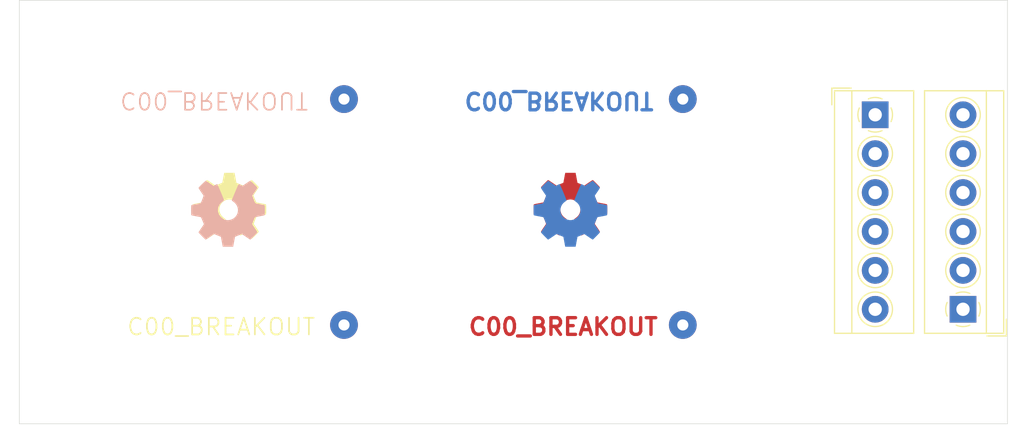
<source format=kicad_pcb>
(kicad_pcb (version 20171130) (host pcbnew 5.1.5-52549c5~86~ubuntu18.04.1)

  (general
    (thickness 1.6)
    (drawings 8)
    (tracks 0)
    (zones 0)
    (modules 42)
    (nets 8)
  )

  (page A4)
  (title_block
    (title C00_BRAKOUT)
    (company Galopago)
  )

  (layers
    (0 F.Cu signal)
    (31 B.Cu signal)
    (32 B.Adhes user)
    (33 F.Adhes user)
    (34 B.Paste user)
    (35 F.Paste user)
    (36 B.SilkS user)
    (37 F.SilkS user)
    (38 B.Mask user)
    (39 F.Mask user)
    (40 Dwgs.User user)
    (41 Cmts.User user)
    (42 Eco1.User user)
    (43 Eco2.User user)
    (44 Edge.Cuts user)
    (45 Margin user)
    (46 B.CrtYd user)
    (47 F.CrtYd user)
    (48 B.Fab user)
    (49 F.Fab user)
  )

  (setup
    (last_trace_width 0.75)
    (trace_clearance 0.2)
    (zone_clearance 0.508)
    (zone_45_only no)
    (trace_min 0.2)
    (via_size 0.8)
    (via_drill 0.4)
    (via_min_size 0.4)
    (via_min_drill 0.3)
    (uvia_size 0.3)
    (uvia_drill 0.1)
    (uvias_allowed no)
    (uvia_min_size 0.2)
    (uvia_min_drill 0.1)
    (edge_width 0.05)
    (segment_width 0.2)
    (pcb_text_width 0.3)
    (pcb_text_size 1.5 1.5)
    (mod_edge_width 0.12)
    (mod_text_size 1 1)
    (mod_text_width 0.15)
    (pad_size 3 3)
    (pad_drill 3)
    (pad_to_mask_clearance 0.051)
    (solder_mask_min_width 0.25)
    (aux_axis_origin 0 0)
    (visible_elements FFFFFF7F)
    (pcbplotparams
      (layerselection 0x010f0_ffffffff)
      (usegerberextensions false)
      (usegerberattributes false)
      (usegerberadvancedattributes false)
      (creategerberjobfile false)
      (excludeedgelayer true)
      (linewidth 0.100000)
      (plotframeref false)
      (viasonmask false)
      (mode 1)
      (useauxorigin false)
      (hpglpennumber 1)
      (hpglpenspeed 20)
      (hpglpendiameter 15.000000)
      (psnegative false)
      (psa4output false)
      (plotreference true)
      (plotvalue true)
      (plotinvisibletext false)
      (padsonsilk false)
      (subtractmaskfromsilk false)
      (outputformat 1)
      (mirror false)
      (drillshape 0)
      (scaleselection 1)
      (outputdirectory "gerber/single/"))
  )

  (net 0 "")
  (net 1 "Net-(J0-Pad1)")
  (net 2 "Net-(J6-Pad6)")
  (net 3 "Net-(J6-Pad5)")
  (net 4 "Net-(J6-Pad4)")
  (net 5 "Net-(J6-Pad3)")
  (net 6 "Net-(J6-Pad2)")
  (net 7 "Net-(J6-Pad1)")

  (net_class Default "This is the default net class."
    (clearance 0.2)
    (trace_width 0.75)
    (via_dia 0.8)
    (via_drill 0.4)
    (uvia_dia 0.3)
    (uvia_drill 0.1)
    (add_net "Net-(J0-Pad1)")
    (add_net "Net-(J6-Pad1)")
    (add_net "Net-(J6-Pad2)")
    (add_net "Net-(J6-Pad3)")
    (add_net "Net-(J6-Pad4)")
    (add_net "Net-(J6-Pad5)")
    (add_net "Net-(J6-Pad6)")
  )

  (module Symbol:OSHW-Symbol_6.7x6mm_SilkScreen (layer B.Cu) (tedit 0) (tstamp 5F50B50E)
    (at 38.7604 39.1922)
    (descr "Open Source Hardware Symbol")
    (tags "Logo Symbol OSHW")
    (attr virtual)
    (fp_text reference REF** (at 0 0) (layer B.SilkS) hide
      (effects (font (size 1 1) (thickness 0.15)) (justify mirror))
    )
    (fp_text value OSHW-Symbol_6.7x6mm_SilkScreen (at 0.75 0) (layer B.Fab) hide
      (effects (font (size 1 1) (thickness 0.15)) (justify mirror))
    )
    (fp_poly (pts (xy 0.555814 2.531069) (xy 0.639635 2.086445) (xy 0.94892 1.958947) (xy 1.258206 1.831449)
      (xy 1.629246 2.083754) (xy 1.733157 2.154004) (xy 1.827087 2.216728) (xy 1.906652 2.269062)
      (xy 1.96747 2.308143) (xy 2.005157 2.331107) (xy 2.015421 2.336058) (xy 2.03391 2.323324)
      (xy 2.07342 2.288118) (xy 2.129522 2.234938) (xy 2.197787 2.168282) (xy 2.273786 2.092646)
      (xy 2.353092 2.012528) (xy 2.431275 1.932426) (xy 2.503907 1.856836) (xy 2.566559 1.790255)
      (xy 2.614803 1.737182) (xy 2.64421 1.702113) (xy 2.651241 1.690377) (xy 2.641123 1.66874)
      (xy 2.612759 1.621338) (xy 2.569129 1.552807) (xy 2.513218 1.467785) (xy 2.448006 1.370907)
      (xy 2.410219 1.31565) (xy 2.341343 1.214752) (xy 2.28014 1.123701) (xy 2.229578 1.04703)
      (xy 2.192628 0.989272) (xy 2.172258 0.954957) (xy 2.169197 0.947746) (xy 2.176136 0.927252)
      (xy 2.195051 0.879487) (xy 2.223087 0.811168) (xy 2.257391 0.729011) (xy 2.295109 0.63973)
      (xy 2.333387 0.550042) (xy 2.36937 0.466662) (xy 2.400206 0.396306) (xy 2.423039 0.34569)
      (xy 2.435017 0.321529) (xy 2.435724 0.320578) (xy 2.454531 0.315964) (xy 2.504618 0.305672)
      (xy 2.580793 0.290713) (xy 2.677865 0.272099) (xy 2.790643 0.250841) (xy 2.856442 0.238582)
      (xy 2.97695 0.215638) (xy 3.085797 0.193805) (xy 3.177476 0.174278) (xy 3.246481 0.158252)
      (xy 3.287304 0.146921) (xy 3.295511 0.143326) (xy 3.303548 0.118994) (xy 3.310033 0.064041)
      (xy 3.31497 -0.015108) (xy 3.318364 -0.112026) (xy 3.320218 -0.220287) (xy 3.320538 -0.333465)
      (xy 3.319327 -0.445135) (xy 3.31659 -0.548868) (xy 3.312331 -0.638241) (xy 3.306555 -0.706826)
      (xy 3.299267 -0.748197) (xy 3.294895 -0.75681) (xy 3.268764 -0.767133) (xy 3.213393 -0.781892)
      (xy 3.136107 -0.799352) (xy 3.04423 -0.81778) (xy 3.012158 -0.823741) (xy 2.857524 -0.852066)
      (xy 2.735375 -0.874876) (xy 2.641673 -0.89308) (xy 2.572384 -0.907583) (xy 2.523471 -0.919292)
      (xy 2.490897 -0.929115) (xy 2.470628 -0.937956) (xy 2.458626 -0.946724) (xy 2.456947 -0.948457)
      (xy 2.440184 -0.976371) (xy 2.414614 -1.030695) (xy 2.382788 -1.104777) (xy 2.34726 -1.191965)
      (xy 2.310583 -1.285608) (xy 2.275311 -1.379052) (xy 2.243996 -1.465647) (xy 2.219193 -1.53874)
      (xy 2.203454 -1.591678) (xy 2.199332 -1.617811) (xy 2.199676 -1.618726) (xy 2.213641 -1.640086)
      (xy 2.245322 -1.687084) (xy 2.291391 -1.754827) (xy 2.348518 -1.838423) (xy 2.413373 -1.932982)
      (xy 2.431843 -1.959854) (xy 2.497699 -2.057275) (xy 2.55565 -2.146163) (xy 2.602538 -2.221412)
      (xy 2.635207 -2.27792) (xy 2.6505 -2.310581) (xy 2.651241 -2.314593) (xy 2.638392 -2.335684)
      (xy 2.602888 -2.377464) (xy 2.549293 -2.435445) (xy 2.482171 -2.505135) (xy 2.406087 -2.582045)
      (xy 2.325604 -2.661683) (xy 2.245287 -2.739561) (xy 2.169699 -2.811186) (xy 2.103405 -2.87207)
      (xy 2.050969 -2.917721) (xy 2.016955 -2.94365) (xy 2.007545 -2.947883) (xy 1.985643 -2.937912)
      (xy 1.9408 -2.91102) (xy 1.880321 -2.871736) (xy 1.833789 -2.840117) (xy 1.749475 -2.782098)
      (xy 1.649626 -2.713784) (xy 1.549473 -2.645579) (xy 1.495627 -2.609075) (xy 1.313371 -2.4858)
      (xy 1.160381 -2.56852) (xy 1.090682 -2.604759) (xy 1.031414 -2.632926) (xy 0.991311 -2.648991)
      (xy 0.981103 -2.651226) (xy 0.968829 -2.634722) (xy 0.944613 -2.588082) (xy 0.910263 -2.515609)
      (xy 0.867588 -2.421606) (xy 0.818394 -2.310374) (xy 0.76449 -2.186215) (xy 0.707684 -2.053432)
      (xy 0.649782 -1.916327) (xy 0.592593 -1.779202) (xy 0.537924 -1.646358) (xy 0.487584 -1.522098)
      (xy 0.44338 -1.410725) (xy 0.407119 -1.316539) (xy 0.380609 -1.243844) (xy 0.365658 -1.196941)
      (xy 0.363254 -1.180833) (xy 0.382311 -1.160286) (xy 0.424036 -1.126933) (xy 0.479706 -1.087702)
      (xy 0.484378 -1.084599) (xy 0.628264 -0.969423) (xy 0.744283 -0.835053) (xy 0.83143 -0.685784)
      (xy 0.888699 -0.525913) (xy 0.915086 -0.359737) (xy 0.909585 -0.191552) (xy 0.87119 -0.025655)
      (xy 0.798895 0.133658) (xy 0.777626 0.168513) (xy 0.666996 0.309263) (xy 0.536302 0.422286)
      (xy 0.390064 0.506997) (xy 0.232808 0.562806) (xy 0.069057 0.589126) (xy -0.096667 0.58537)
      (xy -0.259838 0.55095) (xy -0.415935 0.485277) (xy -0.560433 0.387765) (xy -0.605131 0.348187)
      (xy -0.718888 0.224297) (xy -0.801782 0.093876) (xy -0.858644 -0.052315) (xy -0.890313 -0.197088)
      (xy -0.898131 -0.35986) (xy -0.872062 -0.52344) (xy -0.814755 -0.682298) (xy -0.728856 -0.830906)
      (xy -0.617014 -0.963735) (xy -0.481877 -1.075256) (xy -0.464117 -1.087011) (xy -0.40785 -1.125508)
      (xy -0.365077 -1.158863) (xy -0.344628 -1.18016) (xy -0.344331 -1.180833) (xy -0.348721 -1.203871)
      (xy -0.366124 -1.256157) (xy -0.394732 -1.33339) (xy -0.432735 -1.431268) (xy -0.478326 -1.545491)
      (xy -0.529697 -1.671758) (xy -0.585038 -1.805767) (xy -0.642542 -1.943218) (xy -0.700399 -2.079808)
      (xy -0.756802 -2.211237) (xy -0.809942 -2.333205) (xy -0.85801 -2.441409) (xy -0.899199 -2.531549)
      (xy -0.931699 -2.599323) (xy -0.953703 -2.64043) (xy -0.962564 -2.651226) (xy -0.98964 -2.642819)
      (xy -1.040303 -2.620272) (xy -1.105817 -2.587613) (xy -1.141841 -2.56852) (xy -1.294832 -2.4858)
      (xy -1.477088 -2.609075) (xy -1.570125 -2.672228) (xy -1.671985 -2.741727) (xy -1.767438 -2.807165)
      (xy -1.81525 -2.840117) (xy -1.882495 -2.885273) (xy -1.939436 -2.921057) (xy -1.978646 -2.942938)
      (xy -1.991381 -2.947563) (xy -2.009917 -2.935085) (xy -2.050941 -2.900252) (xy -2.110475 -2.846678)
      (xy -2.184542 -2.777983) (xy -2.269165 -2.697781) (xy -2.322685 -2.646286) (xy -2.416319 -2.554286)
      (xy -2.497241 -2.471999) (xy -2.562177 -2.402945) (xy -2.607858 -2.350644) (xy -2.631011 -2.318616)
      (xy -2.633232 -2.312116) (xy -2.622924 -2.287394) (xy -2.594439 -2.237405) (xy -2.550937 -2.167212)
      (xy -2.495577 -2.081875) (xy -2.43152 -1.986456) (xy -2.413303 -1.959854) (xy -2.346927 -1.863167)
      (xy -2.287378 -1.776117) (xy -2.237984 -1.703595) (xy -2.202075 -1.650493) (xy -2.182981 -1.621703)
      (xy -2.181136 -1.618726) (xy -2.183895 -1.595782) (xy -2.198538 -1.545336) (xy -2.222513 -1.474041)
      (xy -2.253266 -1.388547) (xy -2.288244 -1.295507) (xy -2.324893 -1.201574) (xy -2.360661 -1.113399)
      (xy -2.392994 -1.037634) (xy -2.419338 -0.980931) (xy -2.437142 -0.949943) (xy -2.438407 -0.948457)
      (xy -2.449294 -0.939601) (xy -2.467682 -0.930843) (xy -2.497606 -0.921277) (xy -2.543103 -0.909996)
      (xy -2.608209 -0.896093) (xy -2.696961 -0.878663) (xy -2.813393 -0.856798) (xy -2.961542 -0.829591)
      (xy -2.993618 -0.823741) (xy -3.088686 -0.805374) (xy -3.171565 -0.787405) (xy -3.23493 -0.771569)
      (xy -3.271458 -0.7596) (xy -3.276356 -0.75681) (xy -3.284427 -0.732072) (xy -3.290987 -0.67679)
      (xy -3.296033 -0.597389) (xy -3.299559 -0.500296) (xy -3.301561 -0.391938) (xy -3.302036 -0.27874)
      (xy -3.300977 -0.167128) (xy -3.298382 -0.063529) (xy -3.294246 0.025632) (xy -3.288563 0.093928)
      (xy -3.281331 0.134934) (xy -3.276971 0.143326) (xy -3.252698 0.151792) (xy -3.197426 0.165565)
      (xy -3.116662 0.18345) (xy -3.015912 0.204252) (xy -2.900683 0.226777) (xy -2.837902 0.238582)
      (xy -2.718787 0.260849) (xy -2.612565 0.281021) (xy -2.524427 0.298085) (xy -2.459566 0.311031)
      (xy -2.423174 0.318845) (xy -2.417184 0.320578) (xy -2.407061 0.34011) (xy -2.385662 0.387157)
      (xy -2.355839 0.454997) (xy -2.320445 0.536909) (xy -2.282332 0.626172) (xy -2.244353 0.716065)
      (xy -2.20936 0.799865) (xy -2.180206 0.870853) (xy -2.159743 0.922306) (xy -2.150823 0.947503)
      (xy -2.150657 0.948604) (xy -2.160769 0.968481) (xy -2.189117 1.014223) (xy -2.232723 1.081283)
      (xy -2.288606 1.165116) (xy -2.353787 1.261174) (xy -2.391679 1.31635) (xy -2.460725 1.417519)
      (xy -2.52205 1.50937) (xy -2.572663 1.587256) (xy -2.609571 1.646531) (xy -2.629782 1.682549)
      (xy -2.632701 1.690623) (xy -2.620153 1.709416) (xy -2.585463 1.749543) (xy -2.533063 1.806507)
      (xy -2.467384 1.875815) (xy -2.392856 1.952969) (xy -2.313913 2.033475) (xy -2.234983 2.112837)
      (xy -2.1605 2.18656) (xy -2.094894 2.250148) (xy -2.042596 2.299106) (xy -2.008039 2.328939)
      (xy -1.996478 2.336058) (xy -1.977654 2.326047) (xy -1.932631 2.297922) (xy -1.865787 2.254546)
      (xy -1.781499 2.198782) (xy -1.684144 2.133494) (xy -1.610707 2.083754) (xy -1.239667 1.831449)
      (xy -0.621095 2.086445) (xy -0.537275 2.531069) (xy -0.453454 2.975693) (xy 0.471994 2.975693)
      (xy 0.555814 2.531069)) (layer B.SilkS) (width 0.01))
  )

  (module Symbol:OSHW-Symbol_6.7x6mm_SilkScreen (layer F.Cu) (tedit 0) (tstamp 5F50B508)
    (at 38.8874 38.5064)
    (descr "Open Source Hardware Symbol")
    (tags "Logo Symbol OSHW")
    (attr virtual)
    (fp_text reference REF** (at 0 0) (layer F.SilkS) hide
      (effects (font (size 1 1) (thickness 0.15)))
    )
    (fp_text value OSHW-Symbol_6.7x6mm_SilkScreen (at 0.75 0) (layer F.Fab) hide
      (effects (font (size 1 1) (thickness 0.15)))
    )
    (fp_poly (pts (xy 0.555814 -2.531069) (xy 0.639635 -2.086445) (xy 0.94892 -1.958947) (xy 1.258206 -1.831449)
      (xy 1.629246 -2.083754) (xy 1.733157 -2.154004) (xy 1.827087 -2.216728) (xy 1.906652 -2.269062)
      (xy 1.96747 -2.308143) (xy 2.005157 -2.331107) (xy 2.015421 -2.336058) (xy 2.03391 -2.323324)
      (xy 2.07342 -2.288118) (xy 2.129522 -2.234938) (xy 2.197787 -2.168282) (xy 2.273786 -2.092646)
      (xy 2.353092 -2.012528) (xy 2.431275 -1.932426) (xy 2.503907 -1.856836) (xy 2.566559 -1.790255)
      (xy 2.614803 -1.737182) (xy 2.64421 -1.702113) (xy 2.651241 -1.690377) (xy 2.641123 -1.66874)
      (xy 2.612759 -1.621338) (xy 2.569129 -1.552807) (xy 2.513218 -1.467785) (xy 2.448006 -1.370907)
      (xy 2.410219 -1.31565) (xy 2.341343 -1.214752) (xy 2.28014 -1.123701) (xy 2.229578 -1.04703)
      (xy 2.192628 -0.989272) (xy 2.172258 -0.954957) (xy 2.169197 -0.947746) (xy 2.176136 -0.927252)
      (xy 2.195051 -0.879487) (xy 2.223087 -0.811168) (xy 2.257391 -0.729011) (xy 2.295109 -0.63973)
      (xy 2.333387 -0.550042) (xy 2.36937 -0.466662) (xy 2.400206 -0.396306) (xy 2.423039 -0.34569)
      (xy 2.435017 -0.321529) (xy 2.435724 -0.320578) (xy 2.454531 -0.315964) (xy 2.504618 -0.305672)
      (xy 2.580793 -0.290713) (xy 2.677865 -0.272099) (xy 2.790643 -0.250841) (xy 2.856442 -0.238582)
      (xy 2.97695 -0.215638) (xy 3.085797 -0.193805) (xy 3.177476 -0.174278) (xy 3.246481 -0.158252)
      (xy 3.287304 -0.146921) (xy 3.295511 -0.143326) (xy 3.303548 -0.118994) (xy 3.310033 -0.064041)
      (xy 3.31497 0.015108) (xy 3.318364 0.112026) (xy 3.320218 0.220287) (xy 3.320538 0.333465)
      (xy 3.319327 0.445135) (xy 3.31659 0.548868) (xy 3.312331 0.638241) (xy 3.306555 0.706826)
      (xy 3.299267 0.748197) (xy 3.294895 0.75681) (xy 3.268764 0.767133) (xy 3.213393 0.781892)
      (xy 3.136107 0.799352) (xy 3.04423 0.81778) (xy 3.012158 0.823741) (xy 2.857524 0.852066)
      (xy 2.735375 0.874876) (xy 2.641673 0.89308) (xy 2.572384 0.907583) (xy 2.523471 0.919292)
      (xy 2.490897 0.929115) (xy 2.470628 0.937956) (xy 2.458626 0.946724) (xy 2.456947 0.948457)
      (xy 2.440184 0.976371) (xy 2.414614 1.030695) (xy 2.382788 1.104777) (xy 2.34726 1.191965)
      (xy 2.310583 1.285608) (xy 2.275311 1.379052) (xy 2.243996 1.465647) (xy 2.219193 1.53874)
      (xy 2.203454 1.591678) (xy 2.199332 1.617811) (xy 2.199676 1.618726) (xy 2.213641 1.640086)
      (xy 2.245322 1.687084) (xy 2.291391 1.754827) (xy 2.348518 1.838423) (xy 2.413373 1.932982)
      (xy 2.431843 1.959854) (xy 2.497699 2.057275) (xy 2.55565 2.146163) (xy 2.602538 2.221412)
      (xy 2.635207 2.27792) (xy 2.6505 2.310581) (xy 2.651241 2.314593) (xy 2.638392 2.335684)
      (xy 2.602888 2.377464) (xy 2.549293 2.435445) (xy 2.482171 2.505135) (xy 2.406087 2.582045)
      (xy 2.325604 2.661683) (xy 2.245287 2.739561) (xy 2.169699 2.811186) (xy 2.103405 2.87207)
      (xy 2.050969 2.917721) (xy 2.016955 2.94365) (xy 2.007545 2.947883) (xy 1.985643 2.937912)
      (xy 1.9408 2.91102) (xy 1.880321 2.871736) (xy 1.833789 2.840117) (xy 1.749475 2.782098)
      (xy 1.649626 2.713784) (xy 1.549473 2.645579) (xy 1.495627 2.609075) (xy 1.313371 2.4858)
      (xy 1.160381 2.56852) (xy 1.090682 2.604759) (xy 1.031414 2.632926) (xy 0.991311 2.648991)
      (xy 0.981103 2.651226) (xy 0.968829 2.634722) (xy 0.944613 2.588082) (xy 0.910263 2.515609)
      (xy 0.867588 2.421606) (xy 0.818394 2.310374) (xy 0.76449 2.186215) (xy 0.707684 2.053432)
      (xy 0.649782 1.916327) (xy 0.592593 1.779202) (xy 0.537924 1.646358) (xy 0.487584 1.522098)
      (xy 0.44338 1.410725) (xy 0.407119 1.316539) (xy 0.380609 1.243844) (xy 0.365658 1.196941)
      (xy 0.363254 1.180833) (xy 0.382311 1.160286) (xy 0.424036 1.126933) (xy 0.479706 1.087702)
      (xy 0.484378 1.084599) (xy 0.628264 0.969423) (xy 0.744283 0.835053) (xy 0.83143 0.685784)
      (xy 0.888699 0.525913) (xy 0.915086 0.359737) (xy 0.909585 0.191552) (xy 0.87119 0.025655)
      (xy 0.798895 -0.133658) (xy 0.777626 -0.168513) (xy 0.666996 -0.309263) (xy 0.536302 -0.422286)
      (xy 0.390064 -0.506997) (xy 0.232808 -0.562806) (xy 0.069057 -0.589126) (xy -0.096667 -0.58537)
      (xy -0.259838 -0.55095) (xy -0.415935 -0.485277) (xy -0.560433 -0.387765) (xy -0.605131 -0.348187)
      (xy -0.718888 -0.224297) (xy -0.801782 -0.093876) (xy -0.858644 0.052315) (xy -0.890313 0.197088)
      (xy -0.898131 0.35986) (xy -0.872062 0.52344) (xy -0.814755 0.682298) (xy -0.728856 0.830906)
      (xy -0.617014 0.963735) (xy -0.481877 1.075256) (xy -0.464117 1.087011) (xy -0.40785 1.125508)
      (xy -0.365077 1.158863) (xy -0.344628 1.18016) (xy -0.344331 1.180833) (xy -0.348721 1.203871)
      (xy -0.366124 1.256157) (xy -0.394732 1.33339) (xy -0.432735 1.431268) (xy -0.478326 1.545491)
      (xy -0.529697 1.671758) (xy -0.585038 1.805767) (xy -0.642542 1.943218) (xy -0.700399 2.079808)
      (xy -0.756802 2.211237) (xy -0.809942 2.333205) (xy -0.85801 2.441409) (xy -0.899199 2.531549)
      (xy -0.931699 2.599323) (xy -0.953703 2.64043) (xy -0.962564 2.651226) (xy -0.98964 2.642819)
      (xy -1.040303 2.620272) (xy -1.105817 2.587613) (xy -1.141841 2.56852) (xy -1.294832 2.4858)
      (xy -1.477088 2.609075) (xy -1.570125 2.672228) (xy -1.671985 2.741727) (xy -1.767438 2.807165)
      (xy -1.81525 2.840117) (xy -1.882495 2.885273) (xy -1.939436 2.921057) (xy -1.978646 2.942938)
      (xy -1.991381 2.947563) (xy -2.009917 2.935085) (xy -2.050941 2.900252) (xy -2.110475 2.846678)
      (xy -2.184542 2.777983) (xy -2.269165 2.697781) (xy -2.322685 2.646286) (xy -2.416319 2.554286)
      (xy -2.497241 2.471999) (xy -2.562177 2.402945) (xy -2.607858 2.350644) (xy -2.631011 2.318616)
      (xy -2.633232 2.312116) (xy -2.622924 2.287394) (xy -2.594439 2.237405) (xy -2.550937 2.167212)
      (xy -2.495577 2.081875) (xy -2.43152 1.986456) (xy -2.413303 1.959854) (xy -2.346927 1.863167)
      (xy -2.287378 1.776117) (xy -2.237984 1.703595) (xy -2.202075 1.650493) (xy -2.182981 1.621703)
      (xy -2.181136 1.618726) (xy -2.183895 1.595782) (xy -2.198538 1.545336) (xy -2.222513 1.474041)
      (xy -2.253266 1.388547) (xy -2.288244 1.295507) (xy -2.324893 1.201574) (xy -2.360661 1.113399)
      (xy -2.392994 1.037634) (xy -2.419338 0.980931) (xy -2.437142 0.949943) (xy -2.438407 0.948457)
      (xy -2.449294 0.939601) (xy -2.467682 0.930843) (xy -2.497606 0.921277) (xy -2.543103 0.909996)
      (xy -2.608209 0.896093) (xy -2.696961 0.878663) (xy -2.813393 0.856798) (xy -2.961542 0.829591)
      (xy -2.993618 0.823741) (xy -3.088686 0.805374) (xy -3.171565 0.787405) (xy -3.23493 0.771569)
      (xy -3.271458 0.7596) (xy -3.276356 0.75681) (xy -3.284427 0.732072) (xy -3.290987 0.67679)
      (xy -3.296033 0.597389) (xy -3.299559 0.500296) (xy -3.301561 0.391938) (xy -3.302036 0.27874)
      (xy -3.300977 0.167128) (xy -3.298382 0.063529) (xy -3.294246 -0.025632) (xy -3.288563 -0.093928)
      (xy -3.281331 -0.134934) (xy -3.276971 -0.143326) (xy -3.252698 -0.151792) (xy -3.197426 -0.165565)
      (xy -3.116662 -0.18345) (xy -3.015912 -0.204252) (xy -2.900683 -0.226777) (xy -2.837902 -0.238582)
      (xy -2.718787 -0.260849) (xy -2.612565 -0.281021) (xy -2.524427 -0.298085) (xy -2.459566 -0.311031)
      (xy -2.423174 -0.318845) (xy -2.417184 -0.320578) (xy -2.407061 -0.34011) (xy -2.385662 -0.387157)
      (xy -2.355839 -0.454997) (xy -2.320445 -0.536909) (xy -2.282332 -0.626172) (xy -2.244353 -0.716065)
      (xy -2.20936 -0.799865) (xy -2.180206 -0.870853) (xy -2.159743 -0.922306) (xy -2.150823 -0.947503)
      (xy -2.150657 -0.948604) (xy -2.160769 -0.968481) (xy -2.189117 -1.014223) (xy -2.232723 -1.081283)
      (xy -2.288606 -1.165116) (xy -2.353787 -1.261174) (xy -2.391679 -1.31635) (xy -2.460725 -1.417519)
      (xy -2.52205 -1.50937) (xy -2.572663 -1.587256) (xy -2.609571 -1.646531) (xy -2.629782 -1.682549)
      (xy -2.632701 -1.690623) (xy -2.620153 -1.709416) (xy -2.585463 -1.749543) (xy -2.533063 -1.806507)
      (xy -2.467384 -1.875815) (xy -2.392856 -1.952969) (xy -2.313913 -2.033475) (xy -2.234983 -2.112837)
      (xy -2.1605 -2.18656) (xy -2.094894 -2.250148) (xy -2.042596 -2.299106) (xy -2.008039 -2.328939)
      (xy -1.996478 -2.336058) (xy -1.977654 -2.326047) (xy -1.932631 -2.297922) (xy -1.865787 -2.254546)
      (xy -1.781499 -2.198782) (xy -1.684144 -2.133494) (xy -1.610707 -2.083754) (xy -1.239667 -1.831449)
      (xy -0.621095 -2.086445) (xy -0.537275 -2.531069) (xy -0.453454 -2.975693) (xy 0.471994 -2.975693)
      (xy 0.555814 -2.531069)) (layer F.SilkS) (width 0.01))
  )

  (module Symbol:OSHW-Symbol_6.7x6mm_Copper (layer B.Cu) (tedit 0) (tstamp 5F50B2F6)
    (at 69.5706 39.1922)
    (descr "Open Source Hardware Symbol")
    (tags "Logo Symbol OSHW")
    (attr virtual)
    (fp_text reference REF** (at 0 0) (layer B.SilkS) hide
      (effects (font (size 1 1) (thickness 0.15)) (justify mirror))
    )
    (fp_text value OSHW-Symbol_6.7x6mm_Copper (at 0.75 0) (layer B.Fab) hide
      (effects (font (size 1 1) (thickness 0.15)) (justify mirror))
    )
    (fp_poly (pts (xy 0.555814 2.531069) (xy 0.639635 2.086445) (xy 0.94892 1.958947) (xy 1.258206 1.831449)
      (xy 1.629246 2.083754) (xy 1.733157 2.154004) (xy 1.827087 2.216728) (xy 1.906652 2.269062)
      (xy 1.96747 2.308143) (xy 2.005157 2.331107) (xy 2.015421 2.336058) (xy 2.03391 2.323324)
      (xy 2.07342 2.288118) (xy 2.129522 2.234938) (xy 2.197787 2.168282) (xy 2.273786 2.092646)
      (xy 2.353092 2.012528) (xy 2.431275 1.932426) (xy 2.503907 1.856836) (xy 2.566559 1.790255)
      (xy 2.614803 1.737182) (xy 2.64421 1.702113) (xy 2.651241 1.690377) (xy 2.641123 1.66874)
      (xy 2.612759 1.621338) (xy 2.569129 1.552807) (xy 2.513218 1.467785) (xy 2.448006 1.370907)
      (xy 2.410219 1.31565) (xy 2.341343 1.214752) (xy 2.28014 1.123701) (xy 2.229578 1.04703)
      (xy 2.192628 0.989272) (xy 2.172258 0.954957) (xy 2.169197 0.947746) (xy 2.176136 0.927252)
      (xy 2.195051 0.879487) (xy 2.223087 0.811168) (xy 2.257391 0.729011) (xy 2.295109 0.63973)
      (xy 2.333387 0.550042) (xy 2.36937 0.466662) (xy 2.400206 0.396306) (xy 2.423039 0.34569)
      (xy 2.435017 0.321529) (xy 2.435724 0.320578) (xy 2.454531 0.315964) (xy 2.504618 0.305672)
      (xy 2.580793 0.290713) (xy 2.677865 0.272099) (xy 2.790643 0.250841) (xy 2.856442 0.238582)
      (xy 2.97695 0.215638) (xy 3.085797 0.193805) (xy 3.177476 0.174278) (xy 3.246481 0.158252)
      (xy 3.287304 0.146921) (xy 3.295511 0.143326) (xy 3.303548 0.118994) (xy 3.310033 0.064041)
      (xy 3.31497 -0.015108) (xy 3.318364 -0.112026) (xy 3.320218 -0.220287) (xy 3.320538 -0.333465)
      (xy 3.319327 -0.445135) (xy 3.31659 -0.548868) (xy 3.312331 -0.638241) (xy 3.306555 -0.706826)
      (xy 3.299267 -0.748197) (xy 3.294895 -0.75681) (xy 3.268764 -0.767133) (xy 3.213393 -0.781892)
      (xy 3.136107 -0.799352) (xy 3.04423 -0.81778) (xy 3.012158 -0.823741) (xy 2.857524 -0.852066)
      (xy 2.735375 -0.874876) (xy 2.641673 -0.89308) (xy 2.572384 -0.907583) (xy 2.523471 -0.919292)
      (xy 2.490897 -0.929115) (xy 2.470628 -0.937956) (xy 2.458626 -0.946724) (xy 2.456947 -0.948457)
      (xy 2.440184 -0.976371) (xy 2.414614 -1.030695) (xy 2.382788 -1.104777) (xy 2.34726 -1.191965)
      (xy 2.310583 -1.285608) (xy 2.275311 -1.379052) (xy 2.243996 -1.465647) (xy 2.219193 -1.53874)
      (xy 2.203454 -1.591678) (xy 2.199332 -1.617811) (xy 2.199676 -1.618726) (xy 2.213641 -1.640086)
      (xy 2.245322 -1.687084) (xy 2.291391 -1.754827) (xy 2.348518 -1.838423) (xy 2.413373 -1.932982)
      (xy 2.431843 -1.959854) (xy 2.497699 -2.057275) (xy 2.55565 -2.146163) (xy 2.602538 -2.221412)
      (xy 2.635207 -2.27792) (xy 2.6505 -2.310581) (xy 2.651241 -2.314593) (xy 2.638392 -2.335684)
      (xy 2.602888 -2.377464) (xy 2.549293 -2.435445) (xy 2.482171 -2.505135) (xy 2.406087 -2.582045)
      (xy 2.325604 -2.661683) (xy 2.245287 -2.739561) (xy 2.169699 -2.811186) (xy 2.103405 -2.87207)
      (xy 2.050969 -2.917721) (xy 2.016955 -2.94365) (xy 2.007545 -2.947883) (xy 1.985643 -2.937912)
      (xy 1.9408 -2.91102) (xy 1.880321 -2.871736) (xy 1.833789 -2.840117) (xy 1.749475 -2.782098)
      (xy 1.649626 -2.713784) (xy 1.549473 -2.645579) (xy 1.495627 -2.609075) (xy 1.313371 -2.4858)
      (xy 1.160381 -2.56852) (xy 1.090682 -2.604759) (xy 1.031414 -2.632926) (xy 0.991311 -2.648991)
      (xy 0.981103 -2.651226) (xy 0.968829 -2.634722) (xy 0.944613 -2.588082) (xy 0.910263 -2.515609)
      (xy 0.867588 -2.421606) (xy 0.818394 -2.310374) (xy 0.76449 -2.186215) (xy 0.707684 -2.053432)
      (xy 0.649782 -1.916327) (xy 0.592593 -1.779202) (xy 0.537924 -1.646358) (xy 0.487584 -1.522098)
      (xy 0.44338 -1.410725) (xy 0.407119 -1.316539) (xy 0.380609 -1.243844) (xy 0.365658 -1.196941)
      (xy 0.363254 -1.180833) (xy 0.382311 -1.160286) (xy 0.424036 -1.126933) (xy 0.479706 -1.087702)
      (xy 0.484378 -1.084599) (xy 0.628264 -0.969423) (xy 0.744283 -0.835053) (xy 0.83143 -0.685784)
      (xy 0.888699 -0.525913) (xy 0.915086 -0.359737) (xy 0.909585 -0.191552) (xy 0.87119 -0.025655)
      (xy 0.798895 0.133658) (xy 0.777626 0.168513) (xy 0.666996 0.309263) (xy 0.536302 0.422286)
      (xy 0.390064 0.506997) (xy 0.232808 0.562806) (xy 0.069057 0.589126) (xy -0.096667 0.58537)
      (xy -0.259838 0.55095) (xy -0.415935 0.485277) (xy -0.560433 0.387765) (xy -0.605131 0.348187)
      (xy -0.718888 0.224297) (xy -0.801782 0.093876) (xy -0.858644 -0.052315) (xy -0.890313 -0.197088)
      (xy -0.898131 -0.35986) (xy -0.872062 -0.52344) (xy -0.814755 -0.682298) (xy -0.728856 -0.830906)
      (xy -0.617014 -0.963735) (xy -0.481877 -1.075256) (xy -0.464117 -1.087011) (xy -0.40785 -1.125508)
      (xy -0.365077 -1.158863) (xy -0.344628 -1.18016) (xy -0.344331 -1.180833) (xy -0.348721 -1.203871)
      (xy -0.366124 -1.256157) (xy -0.394732 -1.33339) (xy -0.432735 -1.431268) (xy -0.478326 -1.545491)
      (xy -0.529697 -1.671758) (xy -0.585038 -1.805767) (xy -0.642542 -1.943218) (xy -0.700399 -2.079808)
      (xy -0.756802 -2.211237) (xy -0.809942 -2.333205) (xy -0.85801 -2.441409) (xy -0.899199 -2.531549)
      (xy -0.931699 -2.599323) (xy -0.953703 -2.64043) (xy -0.962564 -2.651226) (xy -0.98964 -2.642819)
      (xy -1.040303 -2.620272) (xy -1.105817 -2.587613) (xy -1.141841 -2.56852) (xy -1.294832 -2.4858)
      (xy -1.477088 -2.609075) (xy -1.570125 -2.672228) (xy -1.671985 -2.741727) (xy -1.767438 -2.807165)
      (xy -1.81525 -2.840117) (xy -1.882495 -2.885273) (xy -1.939436 -2.921057) (xy -1.978646 -2.942938)
      (xy -1.991381 -2.947563) (xy -2.009917 -2.935085) (xy -2.050941 -2.900252) (xy -2.110475 -2.846678)
      (xy -2.184542 -2.777983) (xy -2.269165 -2.697781) (xy -2.322685 -2.646286) (xy -2.416319 -2.554286)
      (xy -2.497241 -2.471999) (xy -2.562177 -2.402945) (xy -2.607858 -2.350644) (xy -2.631011 -2.318616)
      (xy -2.633232 -2.312116) (xy -2.622924 -2.287394) (xy -2.594439 -2.237405) (xy -2.550937 -2.167212)
      (xy -2.495577 -2.081875) (xy -2.43152 -1.986456) (xy -2.413303 -1.959854) (xy -2.346927 -1.863167)
      (xy -2.287378 -1.776117) (xy -2.237984 -1.703595) (xy -2.202075 -1.650493) (xy -2.182981 -1.621703)
      (xy -2.181136 -1.618726) (xy -2.183895 -1.595782) (xy -2.198538 -1.545336) (xy -2.222513 -1.474041)
      (xy -2.253266 -1.388547) (xy -2.288244 -1.295507) (xy -2.324893 -1.201574) (xy -2.360661 -1.113399)
      (xy -2.392994 -1.037634) (xy -2.419338 -0.980931) (xy -2.437142 -0.949943) (xy -2.438407 -0.948457)
      (xy -2.449294 -0.939601) (xy -2.467682 -0.930843) (xy -2.497606 -0.921277) (xy -2.543103 -0.909996)
      (xy -2.608209 -0.896093) (xy -2.696961 -0.878663) (xy -2.813393 -0.856798) (xy -2.961542 -0.829591)
      (xy -2.993618 -0.823741) (xy -3.088686 -0.805374) (xy -3.171565 -0.787405) (xy -3.23493 -0.771569)
      (xy -3.271458 -0.7596) (xy -3.276356 -0.75681) (xy -3.284427 -0.732072) (xy -3.290987 -0.67679)
      (xy -3.296033 -0.597389) (xy -3.299559 -0.500296) (xy -3.301561 -0.391938) (xy -3.302036 -0.27874)
      (xy -3.300977 -0.167128) (xy -3.298382 -0.063529) (xy -3.294246 0.025632) (xy -3.288563 0.093928)
      (xy -3.281331 0.134934) (xy -3.276971 0.143326) (xy -3.252698 0.151792) (xy -3.197426 0.165565)
      (xy -3.116662 0.18345) (xy -3.015912 0.204252) (xy -2.900683 0.226777) (xy -2.837902 0.238582)
      (xy -2.718787 0.260849) (xy -2.612565 0.281021) (xy -2.524427 0.298085) (xy -2.459566 0.311031)
      (xy -2.423174 0.318845) (xy -2.417184 0.320578) (xy -2.407061 0.34011) (xy -2.385662 0.387157)
      (xy -2.355839 0.454997) (xy -2.320445 0.536909) (xy -2.282332 0.626172) (xy -2.244353 0.716065)
      (xy -2.20936 0.799865) (xy -2.180206 0.870853) (xy -2.159743 0.922306) (xy -2.150823 0.947503)
      (xy -2.150657 0.948604) (xy -2.160769 0.968481) (xy -2.189117 1.014223) (xy -2.232723 1.081283)
      (xy -2.288606 1.165116) (xy -2.353787 1.261174) (xy -2.391679 1.31635) (xy -2.460725 1.417519)
      (xy -2.52205 1.50937) (xy -2.572663 1.587256) (xy -2.609571 1.646531) (xy -2.629782 1.682549)
      (xy -2.632701 1.690623) (xy -2.620153 1.709416) (xy -2.585463 1.749543) (xy -2.533063 1.806507)
      (xy -2.467384 1.875815) (xy -2.392856 1.952969) (xy -2.313913 2.033475) (xy -2.234983 2.112837)
      (xy -2.1605 2.18656) (xy -2.094894 2.250148) (xy -2.042596 2.299106) (xy -2.008039 2.328939)
      (xy -1.996478 2.336058) (xy -1.977654 2.326047) (xy -1.932631 2.297922) (xy -1.865787 2.254546)
      (xy -1.781499 2.198782) (xy -1.684144 2.133494) (xy -1.610707 2.083754) (xy -1.239667 1.831449)
      (xy -0.621095 2.086445) (xy -0.537275 2.531069) (xy -0.453454 2.975693) (xy 0.471994 2.975693)
      (xy 0.555814 2.531069)) (layer B.Cu) (width 0.01))
  )

  (module Symbol:OSHW-Symbol_6.7x6mm_Copper (layer F.Cu) (tedit 0) (tstamp 5F50B2F0)
    (at 69.5706 38.5064)
    (descr "Open Source Hardware Symbol")
    (tags "Logo Symbol OSHW")
    (attr virtual)
    (fp_text reference REF** (at 0 0) (layer F.SilkS) hide
      (effects (font (size 1 1) (thickness 0.15)))
    )
    (fp_text value OSHW-Symbol_6.7x6mm_Copper (at 0.75 0) (layer F.Fab) hide
      (effects (font (size 1 1) (thickness 0.15)))
    )
    (fp_poly (pts (xy 0.555814 -2.531069) (xy 0.639635 -2.086445) (xy 0.94892 -1.958947) (xy 1.258206 -1.831449)
      (xy 1.629246 -2.083754) (xy 1.733157 -2.154004) (xy 1.827087 -2.216728) (xy 1.906652 -2.269062)
      (xy 1.96747 -2.308143) (xy 2.005157 -2.331107) (xy 2.015421 -2.336058) (xy 2.03391 -2.323324)
      (xy 2.07342 -2.288118) (xy 2.129522 -2.234938) (xy 2.197787 -2.168282) (xy 2.273786 -2.092646)
      (xy 2.353092 -2.012528) (xy 2.431275 -1.932426) (xy 2.503907 -1.856836) (xy 2.566559 -1.790255)
      (xy 2.614803 -1.737182) (xy 2.64421 -1.702113) (xy 2.651241 -1.690377) (xy 2.641123 -1.66874)
      (xy 2.612759 -1.621338) (xy 2.569129 -1.552807) (xy 2.513218 -1.467785) (xy 2.448006 -1.370907)
      (xy 2.410219 -1.31565) (xy 2.341343 -1.214752) (xy 2.28014 -1.123701) (xy 2.229578 -1.04703)
      (xy 2.192628 -0.989272) (xy 2.172258 -0.954957) (xy 2.169197 -0.947746) (xy 2.176136 -0.927252)
      (xy 2.195051 -0.879487) (xy 2.223087 -0.811168) (xy 2.257391 -0.729011) (xy 2.295109 -0.63973)
      (xy 2.333387 -0.550042) (xy 2.36937 -0.466662) (xy 2.400206 -0.396306) (xy 2.423039 -0.34569)
      (xy 2.435017 -0.321529) (xy 2.435724 -0.320578) (xy 2.454531 -0.315964) (xy 2.504618 -0.305672)
      (xy 2.580793 -0.290713) (xy 2.677865 -0.272099) (xy 2.790643 -0.250841) (xy 2.856442 -0.238582)
      (xy 2.97695 -0.215638) (xy 3.085797 -0.193805) (xy 3.177476 -0.174278) (xy 3.246481 -0.158252)
      (xy 3.287304 -0.146921) (xy 3.295511 -0.143326) (xy 3.303548 -0.118994) (xy 3.310033 -0.064041)
      (xy 3.31497 0.015108) (xy 3.318364 0.112026) (xy 3.320218 0.220287) (xy 3.320538 0.333465)
      (xy 3.319327 0.445135) (xy 3.31659 0.548868) (xy 3.312331 0.638241) (xy 3.306555 0.706826)
      (xy 3.299267 0.748197) (xy 3.294895 0.75681) (xy 3.268764 0.767133) (xy 3.213393 0.781892)
      (xy 3.136107 0.799352) (xy 3.04423 0.81778) (xy 3.012158 0.823741) (xy 2.857524 0.852066)
      (xy 2.735375 0.874876) (xy 2.641673 0.89308) (xy 2.572384 0.907583) (xy 2.523471 0.919292)
      (xy 2.490897 0.929115) (xy 2.470628 0.937956) (xy 2.458626 0.946724) (xy 2.456947 0.948457)
      (xy 2.440184 0.976371) (xy 2.414614 1.030695) (xy 2.382788 1.104777) (xy 2.34726 1.191965)
      (xy 2.310583 1.285608) (xy 2.275311 1.379052) (xy 2.243996 1.465647) (xy 2.219193 1.53874)
      (xy 2.203454 1.591678) (xy 2.199332 1.617811) (xy 2.199676 1.618726) (xy 2.213641 1.640086)
      (xy 2.245322 1.687084) (xy 2.291391 1.754827) (xy 2.348518 1.838423) (xy 2.413373 1.932982)
      (xy 2.431843 1.959854) (xy 2.497699 2.057275) (xy 2.55565 2.146163) (xy 2.602538 2.221412)
      (xy 2.635207 2.27792) (xy 2.6505 2.310581) (xy 2.651241 2.314593) (xy 2.638392 2.335684)
      (xy 2.602888 2.377464) (xy 2.549293 2.435445) (xy 2.482171 2.505135) (xy 2.406087 2.582045)
      (xy 2.325604 2.661683) (xy 2.245287 2.739561) (xy 2.169699 2.811186) (xy 2.103405 2.87207)
      (xy 2.050969 2.917721) (xy 2.016955 2.94365) (xy 2.007545 2.947883) (xy 1.985643 2.937912)
      (xy 1.9408 2.91102) (xy 1.880321 2.871736) (xy 1.833789 2.840117) (xy 1.749475 2.782098)
      (xy 1.649626 2.713784) (xy 1.549473 2.645579) (xy 1.495627 2.609075) (xy 1.313371 2.4858)
      (xy 1.160381 2.56852) (xy 1.090682 2.604759) (xy 1.031414 2.632926) (xy 0.991311 2.648991)
      (xy 0.981103 2.651226) (xy 0.968829 2.634722) (xy 0.944613 2.588082) (xy 0.910263 2.515609)
      (xy 0.867588 2.421606) (xy 0.818394 2.310374) (xy 0.76449 2.186215) (xy 0.707684 2.053432)
      (xy 0.649782 1.916327) (xy 0.592593 1.779202) (xy 0.537924 1.646358) (xy 0.487584 1.522098)
      (xy 0.44338 1.410725) (xy 0.407119 1.316539) (xy 0.380609 1.243844) (xy 0.365658 1.196941)
      (xy 0.363254 1.180833) (xy 0.382311 1.160286) (xy 0.424036 1.126933) (xy 0.479706 1.087702)
      (xy 0.484378 1.084599) (xy 0.628264 0.969423) (xy 0.744283 0.835053) (xy 0.83143 0.685784)
      (xy 0.888699 0.525913) (xy 0.915086 0.359737) (xy 0.909585 0.191552) (xy 0.87119 0.025655)
      (xy 0.798895 -0.133658) (xy 0.777626 -0.168513) (xy 0.666996 -0.309263) (xy 0.536302 -0.422286)
      (xy 0.390064 -0.506997) (xy 0.232808 -0.562806) (xy 0.069057 -0.589126) (xy -0.096667 -0.58537)
      (xy -0.259838 -0.55095) (xy -0.415935 -0.485277) (xy -0.560433 -0.387765) (xy -0.605131 -0.348187)
      (xy -0.718888 -0.224297) (xy -0.801782 -0.093876) (xy -0.858644 0.052315) (xy -0.890313 0.197088)
      (xy -0.898131 0.35986) (xy -0.872062 0.52344) (xy -0.814755 0.682298) (xy -0.728856 0.830906)
      (xy -0.617014 0.963735) (xy -0.481877 1.075256) (xy -0.464117 1.087011) (xy -0.40785 1.125508)
      (xy -0.365077 1.158863) (xy -0.344628 1.18016) (xy -0.344331 1.180833) (xy -0.348721 1.203871)
      (xy -0.366124 1.256157) (xy -0.394732 1.33339) (xy -0.432735 1.431268) (xy -0.478326 1.545491)
      (xy -0.529697 1.671758) (xy -0.585038 1.805767) (xy -0.642542 1.943218) (xy -0.700399 2.079808)
      (xy -0.756802 2.211237) (xy -0.809942 2.333205) (xy -0.85801 2.441409) (xy -0.899199 2.531549)
      (xy -0.931699 2.599323) (xy -0.953703 2.64043) (xy -0.962564 2.651226) (xy -0.98964 2.642819)
      (xy -1.040303 2.620272) (xy -1.105817 2.587613) (xy -1.141841 2.56852) (xy -1.294832 2.4858)
      (xy -1.477088 2.609075) (xy -1.570125 2.672228) (xy -1.671985 2.741727) (xy -1.767438 2.807165)
      (xy -1.81525 2.840117) (xy -1.882495 2.885273) (xy -1.939436 2.921057) (xy -1.978646 2.942938)
      (xy -1.991381 2.947563) (xy -2.009917 2.935085) (xy -2.050941 2.900252) (xy -2.110475 2.846678)
      (xy -2.184542 2.777983) (xy -2.269165 2.697781) (xy -2.322685 2.646286) (xy -2.416319 2.554286)
      (xy -2.497241 2.471999) (xy -2.562177 2.402945) (xy -2.607858 2.350644) (xy -2.631011 2.318616)
      (xy -2.633232 2.312116) (xy -2.622924 2.287394) (xy -2.594439 2.237405) (xy -2.550937 2.167212)
      (xy -2.495577 2.081875) (xy -2.43152 1.986456) (xy -2.413303 1.959854) (xy -2.346927 1.863167)
      (xy -2.287378 1.776117) (xy -2.237984 1.703595) (xy -2.202075 1.650493) (xy -2.182981 1.621703)
      (xy -2.181136 1.618726) (xy -2.183895 1.595782) (xy -2.198538 1.545336) (xy -2.222513 1.474041)
      (xy -2.253266 1.388547) (xy -2.288244 1.295507) (xy -2.324893 1.201574) (xy -2.360661 1.113399)
      (xy -2.392994 1.037634) (xy -2.419338 0.980931) (xy -2.437142 0.949943) (xy -2.438407 0.948457)
      (xy -2.449294 0.939601) (xy -2.467682 0.930843) (xy -2.497606 0.921277) (xy -2.543103 0.909996)
      (xy -2.608209 0.896093) (xy -2.696961 0.878663) (xy -2.813393 0.856798) (xy -2.961542 0.829591)
      (xy -2.993618 0.823741) (xy -3.088686 0.805374) (xy -3.171565 0.787405) (xy -3.23493 0.771569)
      (xy -3.271458 0.7596) (xy -3.276356 0.75681) (xy -3.284427 0.732072) (xy -3.290987 0.67679)
      (xy -3.296033 0.597389) (xy -3.299559 0.500296) (xy -3.301561 0.391938) (xy -3.302036 0.27874)
      (xy -3.300977 0.167128) (xy -3.298382 0.063529) (xy -3.294246 -0.025632) (xy -3.288563 -0.093928)
      (xy -3.281331 -0.134934) (xy -3.276971 -0.143326) (xy -3.252698 -0.151792) (xy -3.197426 -0.165565)
      (xy -3.116662 -0.18345) (xy -3.015912 -0.204252) (xy -2.900683 -0.226777) (xy -2.837902 -0.238582)
      (xy -2.718787 -0.260849) (xy -2.612565 -0.281021) (xy -2.524427 -0.298085) (xy -2.459566 -0.311031)
      (xy -2.423174 -0.318845) (xy -2.417184 -0.320578) (xy -2.407061 -0.34011) (xy -2.385662 -0.387157)
      (xy -2.355839 -0.454997) (xy -2.320445 -0.536909) (xy -2.282332 -0.626172) (xy -2.244353 -0.716065)
      (xy -2.20936 -0.799865) (xy -2.180206 -0.870853) (xy -2.159743 -0.922306) (xy -2.150823 -0.947503)
      (xy -2.150657 -0.948604) (xy -2.160769 -0.968481) (xy -2.189117 -1.014223) (xy -2.232723 -1.081283)
      (xy -2.288606 -1.165116) (xy -2.353787 -1.261174) (xy -2.391679 -1.31635) (xy -2.460725 -1.417519)
      (xy -2.52205 -1.50937) (xy -2.572663 -1.587256) (xy -2.609571 -1.646531) (xy -2.629782 -1.682549)
      (xy -2.632701 -1.690623) (xy -2.620153 -1.709416) (xy -2.585463 -1.749543) (xy -2.533063 -1.806507)
      (xy -2.467384 -1.875815) (xy -2.392856 -1.952969) (xy -2.313913 -2.033475) (xy -2.234983 -2.112837)
      (xy -2.1605 -2.18656) (xy -2.094894 -2.250148) (xy -2.042596 -2.299106) (xy -2.008039 -2.328939)
      (xy -1.996478 -2.336058) (xy -1.977654 -2.326047) (xy -1.932631 -2.297922) (xy -1.865787 -2.254546)
      (xy -1.781499 -2.198782) (xy -1.684144 -2.133494) (xy -1.610707 -2.083754) (xy -1.239667 -1.831449)
      (xy -0.621095 -2.086445) (xy -0.537275 -2.531069) (xy -0.453454 -2.975693) (xy 0.471994 -2.975693)
      (xy 0.555814 -2.531069)) (layer F.Cu) (width 0.01))
  )

  (module TerminalBlock_4Ucon:TerminalBlock_4Ucon_1x06_P3.50mm_Horizontal (layer F.Cu) (tedit 5B294E92) (tstamp 5F5091E0)
    (at 97 30.3 270)
    (descr "Terminal Block 4Ucon ItemNo. 19964, 6 pins, pitch 3.5mm, size 21.7x7mm^2, drill diamater 1.2mm, pad diameter 2.4mm, see http://www.4uconnector.com/online/object/4udrawing/19964.pdf, script-generated using https://github.com/pointhi/kicad-footprint-generator/scripts/TerminalBlock_4Ucon")
    (tags "THT Terminal Block 4Ucon ItemNo. 19964 pitch 3.5mm size 21.7x7mm^2 drill 1.2mm pad 2.4mm")
    (path /5F5D83A3)
    (fp_text reference J7 (at 8.75 -4.46 90) (layer F.SilkS) hide
      (effects (font (size 1 1) (thickness 0.15)))
    )
    (fp_text value Conn_01x06_Female (at 8.75 4.66 90) (layer F.Fab)
      (effects (font (size 1 1) (thickness 0.15)))
    )
    (fp_text user %R (at 8.75 2.9 90) (layer F.Fab)
      (effects (font (size 1 1) (thickness 0.15)))
    )
    (fp_line (start 20.1 -3.9) (end -2.6 -3.9) (layer F.CrtYd) (width 0.05))
    (fp_line (start 20.1 4.1) (end 20.1 -3.9) (layer F.CrtYd) (width 0.05))
    (fp_line (start -2.6 4.1) (end 20.1 4.1) (layer F.CrtYd) (width 0.05))
    (fp_line (start -2.6 -3.9) (end -2.6 4.1) (layer F.CrtYd) (width 0.05))
    (fp_line (start -2.4 3.9) (end -0.9 3.9) (layer F.SilkS) (width 0.12))
    (fp_line (start -2.4 2.16) (end -2.4 3.9) (layer F.SilkS) (width 0.12))
    (fp_line (start 16.4 0.069) (end 16.4 -0.069) (layer F.Fab) (width 0.1))
    (fp_line (start 17.431 0.069) (end 16.4 0.069) (layer F.Fab) (width 0.1))
    (fp_line (start 17.431 1.1) (end 17.431 0.069) (layer F.Fab) (width 0.1))
    (fp_line (start 17.569 1.1) (end 17.431 1.1) (layer F.Fab) (width 0.1))
    (fp_line (start 17.569 0.069) (end 17.569 1.1) (layer F.Fab) (width 0.1))
    (fp_line (start 18.6 0.069) (end 17.569 0.069) (layer F.Fab) (width 0.1))
    (fp_line (start 18.6 -0.069) (end 18.6 0.069) (layer F.Fab) (width 0.1))
    (fp_line (start 17.569 -0.069) (end 18.6 -0.069) (layer F.Fab) (width 0.1))
    (fp_line (start 17.569 -1.1) (end 17.569 -0.069) (layer F.Fab) (width 0.1))
    (fp_line (start 17.431 -1.1) (end 17.569 -1.1) (layer F.Fab) (width 0.1))
    (fp_line (start 17.431 -0.069) (end 17.431 -1.1) (layer F.Fab) (width 0.1))
    (fp_line (start 16.4 -0.069) (end 17.431 -0.069) (layer F.Fab) (width 0.1))
    (fp_line (start 12.9 0.069) (end 12.9 -0.069) (layer F.Fab) (width 0.1))
    (fp_line (start 13.931 0.069) (end 12.9 0.069) (layer F.Fab) (width 0.1))
    (fp_line (start 13.931 1.1) (end 13.931 0.069) (layer F.Fab) (width 0.1))
    (fp_line (start 14.069 1.1) (end 13.931 1.1) (layer F.Fab) (width 0.1))
    (fp_line (start 14.069 0.069) (end 14.069 1.1) (layer F.Fab) (width 0.1))
    (fp_line (start 15.1 0.069) (end 14.069 0.069) (layer F.Fab) (width 0.1))
    (fp_line (start 15.1 -0.069) (end 15.1 0.069) (layer F.Fab) (width 0.1))
    (fp_line (start 14.069 -0.069) (end 15.1 -0.069) (layer F.Fab) (width 0.1))
    (fp_line (start 14.069 -1.1) (end 14.069 -0.069) (layer F.Fab) (width 0.1))
    (fp_line (start 13.931 -1.1) (end 14.069 -1.1) (layer F.Fab) (width 0.1))
    (fp_line (start 13.931 -0.069) (end 13.931 -1.1) (layer F.Fab) (width 0.1))
    (fp_line (start 12.9 -0.069) (end 13.931 -0.069) (layer F.Fab) (width 0.1))
    (fp_line (start 9.4 0.069) (end 9.4 -0.069) (layer F.Fab) (width 0.1))
    (fp_line (start 10.431 0.069) (end 9.4 0.069) (layer F.Fab) (width 0.1))
    (fp_line (start 10.431 1.1) (end 10.431 0.069) (layer F.Fab) (width 0.1))
    (fp_line (start 10.569 1.1) (end 10.431 1.1) (layer F.Fab) (width 0.1))
    (fp_line (start 10.569 0.069) (end 10.569 1.1) (layer F.Fab) (width 0.1))
    (fp_line (start 11.6 0.069) (end 10.569 0.069) (layer F.Fab) (width 0.1))
    (fp_line (start 11.6 -0.069) (end 11.6 0.069) (layer F.Fab) (width 0.1))
    (fp_line (start 10.569 -0.069) (end 11.6 -0.069) (layer F.Fab) (width 0.1))
    (fp_line (start 10.569 -1.1) (end 10.569 -0.069) (layer F.Fab) (width 0.1))
    (fp_line (start 10.431 -1.1) (end 10.569 -1.1) (layer F.Fab) (width 0.1))
    (fp_line (start 10.431 -0.069) (end 10.431 -1.1) (layer F.Fab) (width 0.1))
    (fp_line (start 9.4 -0.069) (end 10.431 -0.069) (layer F.Fab) (width 0.1))
    (fp_line (start 5.9 0.069) (end 5.9 -0.069) (layer F.Fab) (width 0.1))
    (fp_line (start 6.931 0.069) (end 5.9 0.069) (layer F.Fab) (width 0.1))
    (fp_line (start 6.931 1.1) (end 6.931 0.069) (layer F.Fab) (width 0.1))
    (fp_line (start 7.069 1.1) (end 6.931 1.1) (layer F.Fab) (width 0.1))
    (fp_line (start 7.069 0.069) (end 7.069 1.1) (layer F.Fab) (width 0.1))
    (fp_line (start 8.1 0.069) (end 7.069 0.069) (layer F.Fab) (width 0.1))
    (fp_line (start 8.1 -0.069) (end 8.1 0.069) (layer F.Fab) (width 0.1))
    (fp_line (start 7.069 -0.069) (end 8.1 -0.069) (layer F.Fab) (width 0.1))
    (fp_line (start 7.069 -1.1) (end 7.069 -0.069) (layer F.Fab) (width 0.1))
    (fp_line (start 6.931 -1.1) (end 7.069 -1.1) (layer F.Fab) (width 0.1))
    (fp_line (start 6.931 -0.069) (end 6.931 -1.1) (layer F.Fab) (width 0.1))
    (fp_line (start 5.9 -0.069) (end 6.931 -0.069) (layer F.Fab) (width 0.1))
    (fp_line (start 2.4 0.069) (end 2.4 -0.069) (layer F.Fab) (width 0.1))
    (fp_line (start 3.431 0.069) (end 2.4 0.069) (layer F.Fab) (width 0.1))
    (fp_line (start 3.431 1.1) (end 3.431 0.069) (layer F.Fab) (width 0.1))
    (fp_line (start 3.569 1.1) (end 3.431 1.1) (layer F.Fab) (width 0.1))
    (fp_line (start 3.569 0.069) (end 3.569 1.1) (layer F.Fab) (width 0.1))
    (fp_line (start 4.6 0.069) (end 3.569 0.069) (layer F.Fab) (width 0.1))
    (fp_line (start 4.6 -0.069) (end 4.6 0.069) (layer F.Fab) (width 0.1))
    (fp_line (start 3.569 -0.069) (end 4.6 -0.069) (layer F.Fab) (width 0.1))
    (fp_line (start 3.569 -1.1) (end 3.569 -0.069) (layer F.Fab) (width 0.1))
    (fp_line (start 3.431 -1.1) (end 3.569 -1.1) (layer F.Fab) (width 0.1))
    (fp_line (start 3.431 -0.069) (end 3.431 -1.1) (layer F.Fab) (width 0.1))
    (fp_line (start 2.4 -0.069) (end 3.431 -0.069) (layer F.Fab) (width 0.1))
    (fp_line (start -1.1 0.069) (end -1.1 -0.069) (layer F.Fab) (width 0.1))
    (fp_line (start -0.069 0.069) (end -1.1 0.069) (layer F.Fab) (width 0.1))
    (fp_line (start -0.069 1.1) (end -0.069 0.069) (layer F.Fab) (width 0.1))
    (fp_line (start 0.069 1.1) (end -0.069 1.1) (layer F.Fab) (width 0.1))
    (fp_line (start 0.069 0.069) (end 0.069 1.1) (layer F.Fab) (width 0.1))
    (fp_line (start 1.1 0.069) (end 0.069 0.069) (layer F.Fab) (width 0.1))
    (fp_line (start 1.1 -0.069) (end 1.1 0.069) (layer F.Fab) (width 0.1))
    (fp_line (start 0.069 -0.069) (end 1.1 -0.069) (layer F.Fab) (width 0.1))
    (fp_line (start 0.069 -1.1) (end 0.069 -0.069) (layer F.Fab) (width 0.1))
    (fp_line (start -0.069 -1.1) (end 0.069 -1.1) (layer F.Fab) (width 0.1))
    (fp_line (start -0.069 -0.069) (end -0.069 -1.1) (layer F.Fab) (width 0.1))
    (fp_line (start -1.1 -0.069) (end -0.069 -0.069) (layer F.Fab) (width 0.1))
    (fp_line (start 19.66 -3.46) (end 19.66 3.66) (layer F.SilkS) (width 0.12))
    (fp_line (start -2.16 -3.46) (end -2.16 3.66) (layer F.SilkS) (width 0.12))
    (fp_line (start -2.16 3.66) (end 19.66 3.66) (layer F.SilkS) (width 0.12))
    (fp_line (start -2.16 -3.46) (end 19.66 -3.46) (layer F.SilkS) (width 0.12))
    (fp_line (start -2.16 2.1) (end 19.66 2.1) (layer F.SilkS) (width 0.12))
    (fp_line (start -2.1 2.1) (end 19.6 2.1) (layer F.Fab) (width 0.1))
    (fp_line (start -2.1 2.1) (end -2.1 -3.4) (layer F.Fab) (width 0.1))
    (fp_line (start -0.6 3.6) (end -2.1 2.1) (layer F.Fab) (width 0.1))
    (fp_line (start 19.6 3.6) (end -0.6 3.6) (layer F.Fab) (width 0.1))
    (fp_line (start 19.6 -3.4) (end 19.6 3.6) (layer F.Fab) (width 0.1))
    (fp_line (start -2.1 -3.4) (end 19.6 -3.4) (layer F.Fab) (width 0.1))
    (fp_circle (center 17.5 0) (end 19.055 0) (layer F.SilkS) (width 0.12))
    (fp_circle (center 17.5 0) (end 18.875 0) (layer F.Fab) (width 0.1))
    (fp_circle (center 14 0) (end 15.555 0) (layer F.SilkS) (width 0.12))
    (fp_circle (center 14 0) (end 15.375 0) (layer F.Fab) (width 0.1))
    (fp_circle (center 10.5 0) (end 12.055 0) (layer F.SilkS) (width 0.12))
    (fp_circle (center 10.5 0) (end 11.875 0) (layer F.Fab) (width 0.1))
    (fp_circle (center 7 0) (end 8.555 0) (layer F.SilkS) (width 0.12))
    (fp_circle (center 7 0) (end 8.375 0) (layer F.Fab) (width 0.1))
    (fp_circle (center 3.5 0) (end 5.055 0) (layer F.SilkS) (width 0.12))
    (fp_circle (center 3.5 0) (end 4.875 0) (layer F.Fab) (width 0.1))
    (fp_circle (center 0 0) (end 1.375 0) (layer F.Fab) (width 0.1))
    (fp_arc (start 0 0) (end -0.608 1.432) (angle -24) (layer F.SilkS) (width 0.12))
    (fp_arc (start 0 0) (end -1.432 -0.608) (angle -46) (layer F.SilkS) (width 0.12))
    (fp_arc (start 0 0) (end 0.608 -1.432) (angle -46) (layer F.SilkS) (width 0.12))
    (fp_arc (start 0 0) (end 1.432 0.608) (angle -46) (layer F.SilkS) (width 0.12))
    (fp_arc (start 0 0) (end 0 1.555) (angle -23) (layer F.SilkS) (width 0.12))
    (pad 6 thru_hole circle (at 17.5 0 270) (size 2.4 2.4) (drill 1.2) (layers *.Cu *.Mask)
      (net 7 "Net-(J6-Pad1)"))
    (pad 5 thru_hole circle (at 14 0 270) (size 2.4 2.4) (drill 1.2) (layers *.Cu *.Mask)
      (net 6 "Net-(J6-Pad2)"))
    (pad 4 thru_hole circle (at 10.5 0 270) (size 2.4 2.4) (drill 1.2) (layers *.Cu *.Mask)
      (net 5 "Net-(J6-Pad3)"))
    (pad 3 thru_hole circle (at 7 0 270) (size 2.4 2.4) (drill 1.2) (layers *.Cu *.Mask)
      (net 4 "Net-(J6-Pad4)"))
    (pad 2 thru_hole circle (at 3.5 0 270) (size 2.4 2.4) (drill 1.2) (layers *.Cu *.Mask)
      (net 3 "Net-(J6-Pad5)"))
    (pad 1 thru_hole rect (at 0 0 270) (size 2.4 2.4) (drill 1.2) (layers *.Cu *.Mask)
      (net 2 "Net-(J6-Pad6)"))
    (model ${KISYS3DMOD}/TerminalBlock_4Ucon.3dshapes/TerminalBlock_4Ucon_1x06_P3.50mm_Horizontal.wrl
      (at (xyz 0 0 0))
      (scale (xyz 1 1 1))
      (rotate (xyz 0 0 0))
    )
  )

  (module TerminalBlock_4Ucon:TerminalBlock_4Ucon_1x06_P3.50mm_Horizontal (layer F.Cu) (tedit 5B294E92) (tstamp 5F50916C)
    (at 104.9 47.8 90)
    (descr "Terminal Block 4Ucon ItemNo. 19964, 6 pins, pitch 3.5mm, size 21.7x7mm^2, drill diamater 1.2mm, pad diameter 2.4mm, see http://www.4uconnector.com/online/object/4udrawing/19964.pdf, script-generated using https://github.com/pointhi/kicad-footprint-generator/scripts/TerminalBlock_4Ucon")
    (tags "THT Terminal Block 4Ucon ItemNo. 19964 pitch 3.5mm size 21.7x7mm^2 drill 1.2mm pad 2.4mm")
    (path /5F5D8DFB)
    (fp_text reference J6 (at 8.75 -4.46 90) (layer F.SilkS) hide
      (effects (font (size 1 1) (thickness 0.15)))
    )
    (fp_text value Conn_01x06_Female (at 8.75 4.66 90) (layer F.Fab)
      (effects (font (size 1 1) (thickness 0.15)))
    )
    (fp_text user %R (at 8.75 2.9 90) (layer F.Fab)
      (effects (font (size 1 1) (thickness 0.15)))
    )
    (fp_line (start 20.1 -3.9) (end -2.6 -3.9) (layer F.CrtYd) (width 0.05))
    (fp_line (start 20.1 4.1) (end 20.1 -3.9) (layer F.CrtYd) (width 0.05))
    (fp_line (start -2.6 4.1) (end 20.1 4.1) (layer F.CrtYd) (width 0.05))
    (fp_line (start -2.6 -3.9) (end -2.6 4.1) (layer F.CrtYd) (width 0.05))
    (fp_line (start -2.4 3.9) (end -0.9 3.9) (layer F.SilkS) (width 0.12))
    (fp_line (start -2.4 2.16) (end -2.4 3.9) (layer F.SilkS) (width 0.12))
    (fp_line (start 16.4 0.069) (end 16.4 -0.069) (layer F.Fab) (width 0.1))
    (fp_line (start 17.431 0.069) (end 16.4 0.069) (layer F.Fab) (width 0.1))
    (fp_line (start 17.431 1.1) (end 17.431 0.069) (layer F.Fab) (width 0.1))
    (fp_line (start 17.569 1.1) (end 17.431 1.1) (layer F.Fab) (width 0.1))
    (fp_line (start 17.569 0.069) (end 17.569 1.1) (layer F.Fab) (width 0.1))
    (fp_line (start 18.6 0.069) (end 17.569 0.069) (layer F.Fab) (width 0.1))
    (fp_line (start 18.6 -0.069) (end 18.6 0.069) (layer F.Fab) (width 0.1))
    (fp_line (start 17.569 -0.069) (end 18.6 -0.069) (layer F.Fab) (width 0.1))
    (fp_line (start 17.569 -1.1) (end 17.569 -0.069) (layer F.Fab) (width 0.1))
    (fp_line (start 17.431 -1.1) (end 17.569 -1.1) (layer F.Fab) (width 0.1))
    (fp_line (start 17.431 -0.069) (end 17.431 -1.1) (layer F.Fab) (width 0.1))
    (fp_line (start 16.4 -0.069) (end 17.431 -0.069) (layer F.Fab) (width 0.1))
    (fp_line (start 12.9 0.069) (end 12.9 -0.069) (layer F.Fab) (width 0.1))
    (fp_line (start 13.931 0.069) (end 12.9 0.069) (layer F.Fab) (width 0.1))
    (fp_line (start 13.931 1.1) (end 13.931 0.069) (layer F.Fab) (width 0.1))
    (fp_line (start 14.069 1.1) (end 13.931 1.1) (layer F.Fab) (width 0.1))
    (fp_line (start 14.069 0.069) (end 14.069 1.1) (layer F.Fab) (width 0.1))
    (fp_line (start 15.1 0.069) (end 14.069 0.069) (layer F.Fab) (width 0.1))
    (fp_line (start 15.1 -0.069) (end 15.1 0.069) (layer F.Fab) (width 0.1))
    (fp_line (start 14.069 -0.069) (end 15.1 -0.069) (layer F.Fab) (width 0.1))
    (fp_line (start 14.069 -1.1) (end 14.069 -0.069) (layer F.Fab) (width 0.1))
    (fp_line (start 13.931 -1.1) (end 14.069 -1.1) (layer F.Fab) (width 0.1))
    (fp_line (start 13.931 -0.069) (end 13.931 -1.1) (layer F.Fab) (width 0.1))
    (fp_line (start 12.9 -0.069) (end 13.931 -0.069) (layer F.Fab) (width 0.1))
    (fp_line (start 9.4 0.069) (end 9.4 -0.069) (layer F.Fab) (width 0.1))
    (fp_line (start 10.431 0.069) (end 9.4 0.069) (layer F.Fab) (width 0.1))
    (fp_line (start 10.431 1.1) (end 10.431 0.069) (layer F.Fab) (width 0.1))
    (fp_line (start 10.569 1.1) (end 10.431 1.1) (layer F.Fab) (width 0.1))
    (fp_line (start 10.569 0.069) (end 10.569 1.1) (layer F.Fab) (width 0.1))
    (fp_line (start 11.6 0.069) (end 10.569 0.069) (layer F.Fab) (width 0.1))
    (fp_line (start 11.6 -0.069) (end 11.6 0.069) (layer F.Fab) (width 0.1))
    (fp_line (start 10.569 -0.069) (end 11.6 -0.069) (layer F.Fab) (width 0.1))
    (fp_line (start 10.569 -1.1) (end 10.569 -0.069) (layer F.Fab) (width 0.1))
    (fp_line (start 10.431 -1.1) (end 10.569 -1.1) (layer F.Fab) (width 0.1))
    (fp_line (start 10.431 -0.069) (end 10.431 -1.1) (layer F.Fab) (width 0.1))
    (fp_line (start 9.4 -0.069) (end 10.431 -0.069) (layer F.Fab) (width 0.1))
    (fp_line (start 5.9 0.069) (end 5.9 -0.069) (layer F.Fab) (width 0.1))
    (fp_line (start 6.931 0.069) (end 5.9 0.069) (layer F.Fab) (width 0.1))
    (fp_line (start 6.931 1.1) (end 6.931 0.069) (layer F.Fab) (width 0.1))
    (fp_line (start 7.069 1.1) (end 6.931 1.1) (layer F.Fab) (width 0.1))
    (fp_line (start 7.069 0.069) (end 7.069 1.1) (layer F.Fab) (width 0.1))
    (fp_line (start 8.1 0.069) (end 7.069 0.069) (layer F.Fab) (width 0.1))
    (fp_line (start 8.1 -0.069) (end 8.1 0.069) (layer F.Fab) (width 0.1))
    (fp_line (start 7.069 -0.069) (end 8.1 -0.069) (layer F.Fab) (width 0.1))
    (fp_line (start 7.069 -1.1) (end 7.069 -0.069) (layer F.Fab) (width 0.1))
    (fp_line (start 6.931 -1.1) (end 7.069 -1.1) (layer F.Fab) (width 0.1))
    (fp_line (start 6.931 -0.069) (end 6.931 -1.1) (layer F.Fab) (width 0.1))
    (fp_line (start 5.9 -0.069) (end 6.931 -0.069) (layer F.Fab) (width 0.1))
    (fp_line (start 2.4 0.069) (end 2.4 -0.069) (layer F.Fab) (width 0.1))
    (fp_line (start 3.431 0.069) (end 2.4 0.069) (layer F.Fab) (width 0.1))
    (fp_line (start 3.431 1.1) (end 3.431 0.069) (layer F.Fab) (width 0.1))
    (fp_line (start 3.569 1.1) (end 3.431 1.1) (layer F.Fab) (width 0.1))
    (fp_line (start 3.569 0.069) (end 3.569 1.1) (layer F.Fab) (width 0.1))
    (fp_line (start 4.6 0.069) (end 3.569 0.069) (layer F.Fab) (width 0.1))
    (fp_line (start 4.6 -0.069) (end 4.6 0.069) (layer F.Fab) (width 0.1))
    (fp_line (start 3.569 -0.069) (end 4.6 -0.069) (layer F.Fab) (width 0.1))
    (fp_line (start 3.569 -1.1) (end 3.569 -0.069) (layer F.Fab) (width 0.1))
    (fp_line (start 3.431 -1.1) (end 3.569 -1.1) (layer F.Fab) (width 0.1))
    (fp_line (start 3.431 -0.069) (end 3.431 -1.1) (layer F.Fab) (width 0.1))
    (fp_line (start 2.4 -0.069) (end 3.431 -0.069) (layer F.Fab) (width 0.1))
    (fp_line (start -1.1 0.069) (end -1.1 -0.069) (layer F.Fab) (width 0.1))
    (fp_line (start -0.069 0.069) (end -1.1 0.069) (layer F.Fab) (width 0.1))
    (fp_line (start -0.069 1.1) (end -0.069 0.069) (layer F.Fab) (width 0.1))
    (fp_line (start 0.069 1.1) (end -0.069 1.1) (layer F.Fab) (width 0.1))
    (fp_line (start 0.069 0.069) (end 0.069 1.1) (layer F.Fab) (width 0.1))
    (fp_line (start 1.1 0.069) (end 0.069 0.069) (layer F.Fab) (width 0.1))
    (fp_line (start 1.1 -0.069) (end 1.1 0.069) (layer F.Fab) (width 0.1))
    (fp_line (start 0.069 -0.069) (end 1.1 -0.069) (layer F.Fab) (width 0.1))
    (fp_line (start 0.069 -1.1) (end 0.069 -0.069) (layer F.Fab) (width 0.1))
    (fp_line (start -0.069 -1.1) (end 0.069 -1.1) (layer F.Fab) (width 0.1))
    (fp_line (start -0.069 -0.069) (end -0.069 -1.1) (layer F.Fab) (width 0.1))
    (fp_line (start -1.1 -0.069) (end -0.069 -0.069) (layer F.Fab) (width 0.1))
    (fp_line (start 19.66 -3.46) (end 19.66 3.66) (layer F.SilkS) (width 0.12))
    (fp_line (start -2.16 -3.46) (end -2.16 3.66) (layer F.SilkS) (width 0.12))
    (fp_line (start -2.16 3.66) (end 19.66 3.66) (layer F.SilkS) (width 0.12))
    (fp_line (start -2.16 -3.46) (end 19.66 -3.46) (layer F.SilkS) (width 0.12))
    (fp_line (start -2.16 2.1) (end 19.66 2.1) (layer F.SilkS) (width 0.12))
    (fp_line (start -2.1 2.1) (end 19.6 2.1) (layer F.Fab) (width 0.1))
    (fp_line (start -2.1 2.1) (end -2.1 -3.4) (layer F.Fab) (width 0.1))
    (fp_line (start -0.6 3.6) (end -2.1 2.1) (layer F.Fab) (width 0.1))
    (fp_line (start 19.6 3.6) (end -0.6 3.6) (layer F.Fab) (width 0.1))
    (fp_line (start 19.6 -3.4) (end 19.6 3.6) (layer F.Fab) (width 0.1))
    (fp_line (start -2.1 -3.4) (end 19.6 -3.4) (layer F.Fab) (width 0.1))
    (fp_circle (center 17.5 0) (end 19.055 0) (layer F.SilkS) (width 0.12))
    (fp_circle (center 17.5 0) (end 18.875 0) (layer F.Fab) (width 0.1))
    (fp_circle (center 14 0) (end 15.555 0) (layer F.SilkS) (width 0.12))
    (fp_circle (center 14 0) (end 15.375 0) (layer F.Fab) (width 0.1))
    (fp_circle (center 10.5 0) (end 12.055 0) (layer F.SilkS) (width 0.12))
    (fp_circle (center 10.5 0) (end 11.875 0) (layer F.Fab) (width 0.1))
    (fp_circle (center 7 0) (end 8.555 0) (layer F.SilkS) (width 0.12))
    (fp_circle (center 7 0) (end 8.375 0) (layer F.Fab) (width 0.1))
    (fp_circle (center 3.5 0) (end 5.055 0) (layer F.SilkS) (width 0.12))
    (fp_circle (center 3.5 0) (end 4.875 0) (layer F.Fab) (width 0.1))
    (fp_circle (center 0 0) (end 1.375 0) (layer F.Fab) (width 0.1))
    (fp_arc (start 0 0) (end -0.608 1.432) (angle -24) (layer F.SilkS) (width 0.12))
    (fp_arc (start 0 0) (end -1.432 -0.608) (angle -46) (layer F.SilkS) (width 0.12))
    (fp_arc (start 0 0) (end 0.608 -1.432) (angle -46) (layer F.SilkS) (width 0.12))
    (fp_arc (start 0 0) (end 1.432 0.608) (angle -46) (layer F.SilkS) (width 0.12))
    (fp_arc (start 0 0) (end 0 1.555) (angle -23) (layer F.SilkS) (width 0.12))
    (pad 6 thru_hole circle (at 17.5 0 90) (size 2.4 2.4) (drill 1.2) (layers *.Cu *.Mask)
      (net 2 "Net-(J6-Pad6)"))
    (pad 5 thru_hole circle (at 14 0 90) (size 2.4 2.4) (drill 1.2) (layers *.Cu *.Mask)
      (net 3 "Net-(J6-Pad5)"))
    (pad 4 thru_hole circle (at 10.5 0 90) (size 2.4 2.4) (drill 1.2) (layers *.Cu *.Mask)
      (net 4 "Net-(J6-Pad4)"))
    (pad 3 thru_hole circle (at 7 0 90) (size 2.4 2.4) (drill 1.2) (layers *.Cu *.Mask)
      (net 5 "Net-(J6-Pad3)"))
    (pad 2 thru_hole circle (at 3.5 0 90) (size 2.4 2.4) (drill 1.2) (layers *.Cu *.Mask)
      (net 6 "Net-(J6-Pad2)"))
    (pad 1 thru_hole rect (at 0 0 90) (size 2.4 2.4) (drill 1.2) (layers *.Cu *.Mask)
      (net 7 "Net-(J6-Pad1)"))
    (model ${KISYS3DMOD}/TerminalBlock_4Ucon.3dshapes/TerminalBlock_4Ucon_1x06_P3.50mm_Horizontal.wrl
      (at (xyz 0 0 0))
      (scale (xyz 1 1 1))
      (rotate (xyz 0 0 0))
    )
  )

  (module Connector_Wire:SolderWirePad_1x01_Drill1mm (layer F.Cu) (tedit 5AEE5EBE) (tstamp 5F35F171)
    (at 79.69 49.21)
    (descr "Wire solder connection")
    (tags connector)
    (path /5F5DDB13)
    (attr virtual)
    (fp_text reference J3 (at 0 -3.81) (layer F.SilkS) hide
      (effects (font (size 1 1) (thickness 0.15)))
    )
    (fp_text value Conn_01x01_Male (at 0 3.175) (layer F.Fab)
      (effects (font (size 1 1) (thickness 0.15)))
    )
    (fp_line (start 1.75 1.75) (end -1.75 1.75) (layer F.CrtYd) (width 0.05))
    (fp_line (start 1.75 1.75) (end 1.75 -1.75) (layer F.CrtYd) (width 0.05))
    (fp_line (start -1.75 -1.75) (end -1.75 1.75) (layer F.CrtYd) (width 0.05))
    (fp_line (start -1.75 -1.75) (end 1.75 -1.75) (layer F.CrtYd) (width 0.05))
    (fp_text user %R (at 0 0) (layer F.Fab)
      (effects (font (size 1 1) (thickness 0.15)))
    )
    (pad 1 thru_hole circle (at 0 0) (size 2.49936 2.49936) (drill 1.00076) (layers *.Cu *.Mask)
      (net 1 "Net-(J0-Pad1)"))
  )

  (module Connector_Wire:SolderWirePad_1x01_Drill1mm (layer F.Cu) (tedit 5AEE5EBE) (tstamp 5F35F167)
    (at 79.69 28.89)
    (descr "Wire solder connection")
    (tags connector)
    (path /5F5DCAC3)
    (attr virtual)
    (fp_text reference J2 (at 0 -3.81) (layer F.SilkS) hide
      (effects (font (size 1 1) (thickness 0.15)))
    )
    (fp_text value Conn_01x01_Male (at 0 3.175) (layer F.Fab)
      (effects (font (size 1 1) (thickness 0.15)))
    )
    (fp_line (start 1.75 1.75) (end -1.75 1.75) (layer F.CrtYd) (width 0.05))
    (fp_line (start 1.75 1.75) (end 1.75 -1.75) (layer F.CrtYd) (width 0.05))
    (fp_line (start -1.75 -1.75) (end -1.75 1.75) (layer F.CrtYd) (width 0.05))
    (fp_line (start -1.75 -1.75) (end 1.75 -1.75) (layer F.CrtYd) (width 0.05))
    (fp_text user %R (at 0 0) (layer F.Fab)
      (effects (font (size 1 1) (thickness 0.15)))
    )
    (pad 1 thru_hole circle (at 0 0) (size 2.49936 2.49936) (drill 1.00076) (layers *.Cu *.Mask)
      (net 1 "Net-(J0-Pad1)"))
  )

  (module Connector_Wire:SolderWirePad_1x01_Drill1mm (layer F.Cu) (tedit 5AEE5EBE) (tstamp 5F35F15D)
    (at 49.21 49.21)
    (descr "Wire solder connection")
    (tags connector)
    (path /5F5DB1C6)
    (attr virtual)
    (fp_text reference J1 (at 0 -3.81) (layer F.SilkS) hide
      (effects (font (size 1 1) (thickness 0.15)))
    )
    (fp_text value Conn_01x01_Male (at 0 3.175) (layer F.Fab)
      (effects (font (size 1 1) (thickness 0.15)))
    )
    (fp_line (start 1.75 1.75) (end -1.75 1.75) (layer F.CrtYd) (width 0.05))
    (fp_line (start 1.75 1.75) (end 1.75 -1.75) (layer F.CrtYd) (width 0.05))
    (fp_line (start -1.75 -1.75) (end -1.75 1.75) (layer F.CrtYd) (width 0.05))
    (fp_line (start -1.75 -1.75) (end 1.75 -1.75) (layer F.CrtYd) (width 0.05))
    (fp_text user %R (at 0 0) (layer F.Fab)
      (effects (font (size 1 1) (thickness 0.15)))
    )
    (pad 1 thru_hole circle (at 0 0) (size 2.49936 2.49936) (drill 1.00076) (layers *.Cu *.Mask)
      (net 1 "Net-(J0-Pad1)"))
  )

  (module Connector_Wire:SolderWirePad_1x01_Drill1mm (layer F.Cu) (tedit 5AEE5EBE) (tstamp 5F35F153)
    (at 49.21 28.89)
    (descr "Wire solder connection")
    (tags connector)
    (path /5F5D91C6)
    (attr virtual)
    (fp_text reference J0 (at 0 -3.81) (layer F.SilkS) hide
      (effects (font (size 1 1) (thickness 0.15)))
    )
    (fp_text value Conn_01x01_Male (at 0 3.175) (layer F.Fab)
      (effects (font (size 1 1) (thickness 0.15)))
    )
    (fp_line (start 1.75 1.75) (end -1.75 1.75) (layer F.CrtYd) (width 0.05))
    (fp_line (start 1.75 1.75) (end 1.75 -1.75) (layer F.CrtYd) (width 0.05))
    (fp_line (start -1.75 -1.75) (end -1.75 1.75) (layer F.CrtYd) (width 0.05))
    (fp_line (start -1.75 -1.75) (end 1.75 -1.75) (layer F.CrtYd) (width 0.05))
    (fp_text user %R (at 0 0) (layer F.Fab)
      (effects (font (size 1 1) (thickness 0.15)))
    )
    (pad 1 thru_hole circle (at 0 0) (size 2.49936 2.49936) (drill 1.00076) (layers *.Cu *.Mask)
      (net 1 "Net-(J0-Pad1)"))
  )

  (module MountingHole:MountingHole_3mm (layer F.Cu) (tedit 56D1B4CB) (tstamp 5F35F0E9)
    (at 91.26 51.55)
    (descr "Mounting Hole 3mm, no annular")
    (tags "mounting hole 3mm no annular")
    (path /5F3CF0DC)
    (attr virtual)
    (fp_text reference HZ3 (at 0 -4) (layer F.SilkS) hide
      (effects (font (size 1 1) (thickness 0.15)))
    )
    (fp_text value MountingHole (at 0 4) (layer F.Fab)
      (effects (font (size 1 1) (thickness 0.15)))
    )
    (fp_circle (center 0 0) (end 3.25 0) (layer F.CrtYd) (width 0.05))
    (fp_circle (center 0 0) (end 3 0) (layer Cmts.User) (width 0.15))
    (fp_text user %R (at 0.3 0) (layer F.Fab)
      (effects (font (size 1 1) (thickness 0.15)))
    )
    (pad 1 np_thru_hole circle (at 0 0) (size 3 3) (drill 3) (layers *.Cu *.Mask))
  )

  (module MountingHole:MountingHole_3mm (layer F.Cu) (tedit 56D1B4CB) (tstamp 5F35F0E1)
    (at 92.26 26.55)
    (descr "Mounting Hole 3mm, no annular")
    (tags "mounting hole 3mm no annular")
    (path /5F362B56)
    (attr virtual)
    (fp_text reference HZ2 (at 0 -4) (layer F.SilkS) hide
      (effects (font (size 1 1) (thickness 0.15)))
    )
    (fp_text value MountingHole (at 0 4) (layer F.Fab)
      (effects (font (size 1 1) (thickness 0.15)))
    )
    (fp_circle (center 0 0) (end 3.25 0) (layer F.CrtYd) (width 0.05))
    (fp_circle (center 0 0) (end 3 0) (layer Cmts.User) (width 0.15))
    (fp_text user %R (at 0.3 0) (layer F.Fab)
      (effects (font (size 1 1) (thickness 0.15)))
    )
    (pad 1 np_thru_hole circle (at 0 0) (size 3 3) (drill 3) (layers *.Cu *.Mask))
  )

  (module MountingHole:MountingHole_3mm (layer F.Cu) (tedit 56D1B4CB) (tstamp 5F35F0D9)
    (at 23.41 51.55)
    (descr "Mounting Hole 3mm, no annular")
    (tags "mounting hole 3mm no annular")
    (path /5F36A8A0)
    (attr virtual)
    (fp_text reference HZ1 (at 0 -4) (layer F.SilkS) hide
      (effects (font (size 1 1) (thickness 0.15)))
    )
    (fp_text value MountingHole (at 0 4) (layer F.Fab)
      (effects (font (size 1 1) (thickness 0.15)))
    )
    (fp_circle (center 0 0) (end 3.25 0) (layer F.CrtYd) (width 0.05))
    (fp_circle (center 0 0) (end 3 0) (layer Cmts.User) (width 0.15))
    (fp_text user %R (at 0.3 0) (layer F.Fab)
      (effects (font (size 1 1) (thickness 0.15)))
    )
    (pad 1 np_thru_hole circle (at 0 0) (size 3 3) (drill 3) (layers *.Cu *.Mask))
  )

  (module MountingHole:MountingHole_3mm (layer F.Cu) (tedit 56D1B4CB) (tstamp 5F35F0D1)
    (at 23.41 26.55)
    (descr "Mounting Hole 3mm, no annular")
    (tags "mounting hole 3mm no annular")
    (path /5F36B590)
    (attr virtual)
    (fp_text reference HZ0 (at 0 -4) (layer F.SilkS) hide
      (effects (font (size 1 1) (thickness 0.15)))
    )
    (fp_text value MountingHole (at 0 4) (layer F.Fab)
      (effects (font (size 1 1) (thickness 0.15)))
    )
    (fp_circle (center 0 0) (end 3.25 0) (layer F.CrtYd) (width 0.05))
    (fp_circle (center 0 0) (end 3 0) (layer Cmts.User) (width 0.15))
    (fp_text user %R (at 0.3 0) (layer F.Fab)
      (effects (font (size 1 1) (thickness 0.15)))
    )
    (pad 1 np_thru_hole circle (at 0 0) (size 3 3) (drill 3) (layers *.Cu *.Mask))
  )

  (module MountingHole:MountingHole_3mm (layer F.Cu) (tedit 56D1B4CB) (tstamp 5F35F0C9)
    (at 54.29 23.81)
    (descr "Mounting Hole 3mm, no annular")
    (tags "mounting hole 3mm no annular")
    (path /5F3252AF)
    (attr virtual)
    (fp_text reference HA3 (at 0 -4) (layer F.SilkS) hide
      (effects (font (size 1 1) (thickness 0.15)))
    )
    (fp_text value MountingHole (at 0 4) (layer F.Fab)
      (effects (font (size 1 1) (thickness 0.15)))
    )
    (fp_circle (center 0 0) (end 3.25 0) (layer F.CrtYd) (width 0.05))
    (fp_circle (center 0 0) (end 3 0) (layer Cmts.User) (width 0.15))
    (fp_text user %R (at 0.3 0) (layer F.Fab)
      (effects (font (size 1 1) (thickness 0.15)))
    )
    (pad 1 np_thru_hole circle (at 0 0) (size 3 3) (drill 3) (layers *.Cu *.Mask))
  )

  (module MountingHole:MountingHole_3mm (layer F.Cu) (tedit 56D1B4CB) (tstamp 5F35EC89)
    (at 105.09 54.29)
    (descr "Mounting Hole 3mm, no annular")
    (tags "mounting hole 3mm no annular")
    (path /5F346E0E)
    (attr virtual)
    (fp_text reference HD8 (at 0 -4) (layer F.SilkS) hide
      (effects (font (size 1 1) (thickness 0.15)))
    )
    (fp_text value MountingHole (at 0 4) (layer F.Fab)
      (effects (font (size 1 1) (thickness 0.15)))
    )
    (fp_circle (center 0 0) (end 3.25 0) (layer F.CrtYd) (width 0.05))
    (fp_circle (center 0 0) (end 3 0) (layer Cmts.User) (width 0.15))
    (fp_text user %R (at 0.3 0) (layer F.Fab)
      (effects (font (size 1 1) (thickness 0.15)))
    )
    (pad 1 np_thru_hole circle (at 0 0) (size 3 3) (drill 3) (layers *.Cu *.Mask))
  )

  (module MountingHole:MountingHole_3mm (layer F.Cu) (tedit 56D1B4CB) (tstamp 5F35EC79)
    (at 84.77 54.29)
    (descr "Mounting Hole 3mm, no annular")
    (tags "mounting hole 3mm no annular")
    (path /5F33FF6F)
    (attr virtual)
    (fp_text reference HD6 (at 0 -4) (layer F.SilkS) hide
      (effects (font (size 1 1) (thickness 0.15)))
    )
    (fp_text value MountingHole (at 0 4) (layer F.Fab)
      (effects (font (size 1 1) (thickness 0.15)))
    )
    (fp_circle (center 0 0) (end 3.25 0) (layer F.CrtYd) (width 0.05))
    (fp_circle (center 0 0) (end 3 0) (layer Cmts.User) (width 0.15))
    (fp_text user %R (at 0.3 0) (layer F.Fab)
      (effects (font (size 1 1) (thickness 0.15)))
    )
    (pad 1 np_thru_hole circle (at 0 0) (size 3 3) (drill 3) (layers *.Cu *.Mask))
  )

  (module MountingHole:MountingHole_3mm (layer F.Cu) (tedit 56D1B4CB) (tstamp 5F35EC71)
    (at 74.61 54.29)
    (descr "Mounting Hole 3mm, no annular")
    (tags "mounting hole 3mm no annular")
    (path /5F33A1EE)
    (attr virtual)
    (fp_text reference HD5 (at 0 -4) (layer F.SilkS) hide
      (effects (font (size 1 1) (thickness 0.15)))
    )
    (fp_text value MountingHole (at 0 4) (layer F.Fab)
      (effects (font (size 1 1) (thickness 0.15)))
    )
    (fp_circle (center 0 0) (end 3.25 0) (layer F.CrtYd) (width 0.05))
    (fp_circle (center 0 0) (end 3 0) (layer Cmts.User) (width 0.15))
    (fp_text user %R (at 0.3 0) (layer F.Fab)
      (effects (font (size 1 1) (thickness 0.15)))
    )
    (pad 1 np_thru_hole circle (at 0 0) (size 3 3) (drill 3) (layers *.Cu *.Mask))
  )

  (module MountingHole:MountingHole_3mm (layer F.Cu) (tedit 56D1B4CB) (tstamp 5F35EC69)
    (at 64.45 54.29)
    (descr "Mounting Hole 3mm, no annular")
    (tags "mounting hole 3mm no annular")
    (path /5F33722E)
    (attr virtual)
    (fp_text reference HD4 (at 0 -4) (layer F.SilkS) hide
      (effects (font (size 1 1) (thickness 0.15)))
    )
    (fp_text value MountingHole (at 0 4) (layer F.Fab)
      (effects (font (size 1 1) (thickness 0.15)))
    )
    (fp_circle (center 0 0) (end 3.25 0) (layer F.CrtYd) (width 0.05))
    (fp_circle (center 0 0) (end 3 0) (layer Cmts.User) (width 0.15))
    (fp_text user %R (at 0.3 0) (layer F.Fab)
      (effects (font (size 1 1) (thickness 0.15)))
    )
    (pad 1 np_thru_hole circle (at 0 0) (size 3 3) (drill 3) (layers *.Cu *.Mask))
  )

  (module MountingHole:MountingHole_3mm (layer F.Cu) (tedit 56D1B4CB) (tstamp 5F35EC61)
    (at 54.29 54.29)
    (descr "Mounting Hole 3mm, no annular")
    (tags "mounting hole 3mm no annular")
    (path /5F33466C)
    (attr virtual)
    (fp_text reference HD3 (at 0 -4) (layer F.SilkS) hide
      (effects (font (size 1 1) (thickness 0.15)))
    )
    (fp_text value MountingHole (at 0 4) (layer F.Fab)
      (effects (font (size 1 1) (thickness 0.15)))
    )
    (fp_circle (center 0 0) (end 3.25 0) (layer F.CrtYd) (width 0.05))
    (fp_circle (center 0 0) (end 3 0) (layer Cmts.User) (width 0.15))
    (fp_text user %R (at 0.3 0) (layer F.Fab)
      (effects (font (size 1 1) (thickness 0.15)))
    )
    (pad 1 np_thru_hole circle (at 0 0) (size 3 3) (drill 3) (layers *.Cu *.Mask))
  )

  (module MountingHole:MountingHole_3mm (layer F.Cu) (tedit 56D1B4CB) (tstamp 5F35EC59)
    (at 44.13 54.29)
    (descr "Mounting Hole 3mm, no annular")
    (tags "mounting hole 3mm no annular")
    (path /5F32DFD4)
    (attr virtual)
    (fp_text reference HD2 (at 0 -4) (layer F.SilkS) hide
      (effects (font (size 1 1) (thickness 0.15)))
    )
    (fp_text value MountingHole (at 0 4) (layer F.Fab)
      (effects (font (size 1 1) (thickness 0.15)))
    )
    (fp_circle (center 0 0) (end 3.25 0) (layer F.CrtYd) (width 0.05))
    (fp_circle (center 0 0) (end 3 0) (layer Cmts.User) (width 0.15))
    (fp_text user %R (at 0.3 0) (layer F.Fab)
      (effects (font (size 1 1) (thickness 0.15)))
    )
    (pad 1 np_thru_hole circle (at 0 0) (size 3 3) (drill 3) (layers *.Cu *.Mask))
  )

  (module MountingHole:MountingHole_3mm (layer F.Cu) (tedit 56D1B4CB) (tstamp 5F35EC51)
    (at 33.97 54.29)
    (descr "Mounting Hole 3mm, no annular")
    (tags "mounting hole 3mm no annular")
    (path /5F32BD21)
    (attr virtual)
    (fp_text reference HD1 (at 0 -4) (layer F.SilkS) hide
      (effects (font (size 1 1) (thickness 0.15)))
    )
    (fp_text value MountingHole (at 0 4) (layer F.Fab)
      (effects (font (size 1 1) (thickness 0.15)))
    )
    (fp_circle (center 0 0) (end 3.25 0) (layer F.CrtYd) (width 0.05))
    (fp_circle (center 0 0) (end 3 0) (layer Cmts.User) (width 0.15))
    (fp_text user %R (at 0.3 0) (layer F.Fab)
      (effects (font (size 1 1) (thickness 0.15)))
    )
    (pad 1 np_thru_hole circle (at 0 0) (size 3 3) (drill 3) (layers *.Cu *.Mask))
  )

  (module MountingHole:MountingHole_3mm (layer F.Cu) (tedit 56D1B4CB) (tstamp 5F35EC41)
    (at 74.61 44.13)
    (descr "Mounting Hole 3mm, no annular")
    (tags "mounting hole 3mm no annular")
    (path /5F339B51)
    (attr virtual)
    (fp_text reference HC5 (at 0 -4) (layer F.SilkS) hide
      (effects (font (size 1 1) (thickness 0.15)))
    )
    (fp_text value MountingHole (at 0 4) (layer F.Fab)
      (effects (font (size 1 1) (thickness 0.15)))
    )
    (fp_circle (center 0 0) (end 3.25 0) (layer F.CrtYd) (width 0.05))
    (fp_circle (center 0 0) (end 3 0) (layer Cmts.User) (width 0.15))
    (fp_text user %R (at 0.3 0) (layer F.Fab)
      (effects (font (size 1 1) (thickness 0.15)))
    )
    (pad 1 np_thru_hole circle (at 0 0) (size 3 3) (drill 3) (layers *.Cu *.Mask))
  )

  (module MountingHole:MountingHole_3mm (layer F.Cu) (tedit 56D1B4CB) (tstamp 5F35EBE1)
    (at 84.77 44.13)
    (descr "Mounting Hole 3mm, no annular")
    (tags "mounting hole 3mm no annular")
    (path /5F33F7F6)
    (attr virtual)
    (fp_text reference HC6 (at 0 -4) (layer F.SilkS) hide
      (effects (font (size 1 1) (thickness 0.15)))
    )
    (fp_text value MountingHole (at 0 4) (layer F.Fab)
      (effects (font (size 1 1) (thickness 0.15)))
    )
    (fp_circle (center 0 0) (end 3.25 0) (layer F.CrtYd) (width 0.05))
    (fp_circle (center 0 0) (end 3 0) (layer Cmts.User) (width 0.15))
    (fp_text user %R (at 0.3 0) (layer F.Fab)
      (effects (font (size 1 1) (thickness 0.15)))
    )
    (pad 1 np_thru_hole circle (at 0 0) (size 3 3) (drill 3) (layers *.Cu *.Mask))
  )

  (module MountingHole:MountingHole_3mm (layer F.Cu) (tedit 56D1B4CB) (tstamp 5F35EBD9)
    (at 64.45 44.13)
    (descr "Mounting Hole 3mm, no annular")
    (tags "mounting hole 3mm no annular")
    (path /5F336BBE)
    (attr virtual)
    (fp_text reference HC4 (at 0 -4) (layer F.SilkS) hide
      (effects (font (size 1 1) (thickness 0.15)))
    )
    (fp_text value MountingHole (at 0 4) (layer F.Fab)
      (effects (font (size 1 1) (thickness 0.15)))
    )
    (fp_circle (center 0 0) (end 3.25 0) (layer F.CrtYd) (width 0.05))
    (fp_circle (center 0 0) (end 3 0) (layer Cmts.User) (width 0.15))
    (fp_text user %R (at 0.3 0) (layer F.Fab)
      (effects (font (size 1 1) (thickness 0.15)))
    )
    (pad 1 np_thru_hole circle (at 0 0) (size 3 3) (drill 3) (layers *.Cu *.Mask))
  )

  (module MountingHole:MountingHole_3mm (layer F.Cu) (tedit 56D1B4CB) (tstamp 5F35EBD1)
    (at 54.29 44.13)
    (descr "Mounting Hole 3mm, no annular")
    (tags "mounting hole 3mm no annular")
    (path /5F3340C4)
    (attr virtual)
    (fp_text reference HC3 (at 0 -4) (layer F.SilkS) hide
      (effects (font (size 1 1) (thickness 0.15)))
    )
    (fp_text value MountingHole (at 0 4) (layer F.Fab)
      (effects (font (size 1 1) (thickness 0.15)))
    )
    (fp_circle (center 0 0) (end 3.25 0) (layer F.CrtYd) (width 0.05))
    (fp_circle (center 0 0) (end 3 0) (layer Cmts.User) (width 0.15))
    (fp_text user %R (at 0.3 0) (layer F.Fab)
      (effects (font (size 1 1) (thickness 0.15)))
    )
    (pad 1 np_thru_hole circle (at 0 0) (size 3 3) (drill 3) (layers *.Cu *.Mask))
  )

  (module MountingHole:MountingHole_3mm (layer F.Cu) (tedit 56D1B4CB) (tstamp 5F35EBC9)
    (at 44.13 44.13)
    (descr "Mounting Hole 3mm, no annular")
    (tags "mounting hole 3mm no annular")
    (path /5F32DC16)
    (attr virtual)
    (fp_text reference HC2 (at 0 -4) (layer F.SilkS) hide
      (effects (font (size 1 1) (thickness 0.15)))
    )
    (fp_text value MountingHole (at 0 4) (layer F.Fab)
      (effects (font (size 1 1) (thickness 0.15)))
    )
    (fp_circle (center 0 0) (end 3.25 0) (layer F.CrtYd) (width 0.05))
    (fp_circle (center 0 0) (end 3 0) (layer Cmts.User) (width 0.15))
    (fp_text user %R (at 0.3 0) (layer F.Fab)
      (effects (font (size 1 1) (thickness 0.15)))
    )
    (pad 1 np_thru_hole circle (at 0 0) (size 3 3) (drill 3) (layers *.Cu *.Mask))
  )

  (module MountingHole:MountingHole_3mm (layer F.Cu) (tedit 56D1B4CB) (tstamp 5F35EBC1)
    (at 33.97 44.13)
    (descr "Mounting Hole 3mm, no annular")
    (tags "mounting hole 3mm no annular")
    (path /5F32B9C0)
    (attr virtual)
    (fp_text reference HC1 (at 0 -4) (layer F.SilkS) hide
      (effects (font (size 1 1) (thickness 0.15)))
    )
    (fp_text value MountingHole (at 0 4) (layer F.Fab)
      (effects (font (size 1 1) (thickness 0.15)))
    )
    (fp_circle (center 0 0) (end 3.25 0) (layer F.CrtYd) (width 0.05))
    (fp_circle (center 0 0) (end 3 0) (layer Cmts.User) (width 0.15))
    (fp_text user %R (at 0.3 0) (layer F.Fab)
      (effects (font (size 1 1) (thickness 0.15)))
    )
    (pad 1 np_thru_hole circle (at 0 0) (size 3 3) (drill 3) (layers *.Cu *.Mask))
  )

  (module MountingHole:MountingHole_3mm (layer F.Cu) (tedit 56D1B4CB) (tstamp 5F35EBB9)
    (at 23.81 44.13)
    (descr "Mounting Hole 3mm, no annular")
    (tags "mounting hole 3mm no annular")
    (path /5F327B1C)
    (attr virtual)
    (fp_text reference HC0 (at 0 -4) (layer F.SilkS) hide
      (effects (font (size 1 1) (thickness 0.15)))
    )
    (fp_text value MountingHole (at 0 4) (layer F.Fab)
      (effects (font (size 1 1) (thickness 0.15)))
    )
    (fp_circle (center 0 0) (end 3.25 0) (layer F.CrtYd) (width 0.05))
    (fp_circle (center 0 0) (end 3 0) (layer Cmts.User) (width 0.15))
    (fp_text user %R (at 0.3 0) (layer F.Fab)
      (effects (font (size 1 1) (thickness 0.15)))
    )
    (pad 1 np_thru_hole circle (at 0 0) (size 3 3) (drill 3) (layers *.Cu *.Mask))
  )

  (module MountingHole:MountingHole_3mm (layer F.Cu) (tedit 56D1B4CB) (tstamp 5F35EB59)
    (at 84.77 33.97)
    (descr "Mounting Hole 3mm, no annular")
    (tags "mounting hole 3mm no annular")
    (path /5F33F0DA)
    (attr virtual)
    (fp_text reference HB6 (at 0 -4) (layer F.SilkS) hide
      (effects (font (size 1 1) (thickness 0.15)))
    )
    (fp_text value MountingHole (at 0 4) (layer F.Fab)
      (effects (font (size 1 1) (thickness 0.15)))
    )
    (fp_circle (center 0 0) (end 3.25 0) (layer F.CrtYd) (width 0.05))
    (fp_circle (center 0 0) (end 3 0) (layer Cmts.User) (width 0.15))
    (fp_text user %R (at 0.3 0) (layer F.Fab)
      (effects (font (size 1 1) (thickness 0.15)))
    )
    (pad 1 np_thru_hole circle (at 0 0) (size 3 3) (drill 3) (layers *.Cu *.Mask))
  )

  (module MountingHole:MountingHole_3mm (layer F.Cu) (tedit 56D1B4CB) (tstamp 5F35EB51)
    (at 74.61 33.97)
    (descr "Mounting Hole 3mm, no annular")
    (tags "mounting hole 3mm no annular")
    (path /5F339496)
    (attr virtual)
    (fp_text reference HB5 (at 0 -4) (layer F.SilkS) hide
      (effects (font (size 1 1) (thickness 0.15)))
    )
    (fp_text value MountingHole (at 0 4) (layer F.Fab)
      (effects (font (size 1 1) (thickness 0.15)))
    )
    (fp_circle (center 0 0) (end 3.25 0) (layer F.CrtYd) (width 0.05))
    (fp_circle (center 0 0) (end 3 0) (layer Cmts.User) (width 0.15))
    (fp_text user %R (at 0.3 0) (layer F.Fab)
      (effects (font (size 1 1) (thickness 0.15)))
    )
    (pad 1 np_thru_hole circle (at 0 0) (size 3 3) (drill 3) (layers *.Cu *.Mask))
  )

  (module MountingHole:MountingHole_3mm (layer F.Cu) (tedit 56D1B4CB) (tstamp 5F35EB49)
    (at 64.45 33.97)
    (descr "Mounting Hole 3mm, no annular")
    (tags "mounting hole 3mm no annular")
    (path /5F336617)
    (attr virtual)
    (fp_text reference HB4 (at 0 -4) (layer F.SilkS) hide
      (effects (font (size 1 1) (thickness 0.15)))
    )
    (fp_text value MountingHole (at 0 4) (layer F.Fab)
      (effects (font (size 1 1) (thickness 0.15)))
    )
    (fp_circle (center 0 0) (end 3.25 0) (layer F.CrtYd) (width 0.05))
    (fp_circle (center 0 0) (end 3 0) (layer Cmts.User) (width 0.15))
    (fp_text user %R (at 0.3 0) (layer F.Fab)
      (effects (font (size 1 1) (thickness 0.15)))
    )
    (pad 1 np_thru_hole circle (at 0 0) (size 3 3) (drill 3) (layers *.Cu *.Mask))
  )

  (module MountingHole:MountingHole_3mm (layer F.Cu) (tedit 56D1B4CB) (tstamp 5F35EB41)
    (at 54.29 33.97)
    (descr "Mounting Hole 3mm, no annular")
    (tags "mounting hole 3mm no annular")
    (path /5F333CCC)
    (attr virtual)
    (fp_text reference HB3 (at 0 -4) (layer F.SilkS) hide
      (effects (font (size 1 1) (thickness 0.15)))
    )
    (fp_text value MountingHole (at 0 4) (layer F.Fab)
      (effects (font (size 1 1) (thickness 0.15)))
    )
    (fp_circle (center 0 0) (end 3.25 0) (layer F.CrtYd) (width 0.05))
    (fp_circle (center 0 0) (end 3 0) (layer Cmts.User) (width 0.15))
    (fp_text user %R (at 0.3 0) (layer F.Fab)
      (effects (font (size 1 1) (thickness 0.15)))
    )
    (pad 1 np_thru_hole circle (at 0 0) (size 3 3) (drill 3) (layers *.Cu *.Mask))
  )

  (module MountingHole:MountingHole_3mm (layer F.Cu) (tedit 56D1B4CB) (tstamp 5F35EB39)
    (at 44.13 33.97)
    (descr "Mounting Hole 3mm, no annular")
    (tags "mounting hole 3mm no annular")
    (path /5F32D584)
    (attr virtual)
    (fp_text reference HB2 (at 0 -4) (layer F.SilkS) hide
      (effects (font (size 1 1) (thickness 0.15)))
    )
    (fp_text value MountingHole (at 0 4) (layer F.Fab)
      (effects (font (size 1 1) (thickness 0.15)))
    )
    (fp_circle (center 0 0) (end 3.25 0) (layer F.CrtYd) (width 0.05))
    (fp_circle (center 0 0) (end 3 0) (layer Cmts.User) (width 0.15))
    (fp_text user %R (at 0.3 0) (layer F.Fab)
      (effects (font (size 1 1) (thickness 0.15)))
    )
    (pad 1 np_thru_hole circle (at 0 0) (size 3 3) (drill 3) (layers *.Cu *.Mask))
  )

  (module MountingHole:MountingHole_3mm (layer F.Cu) (tedit 56D1B4CB) (tstamp 5F35EB31)
    (at 33.97 33.97)
    (descr "Mounting Hole 3mm, no annular")
    (tags "mounting hole 3mm no annular")
    (path /5F32B3EB)
    (attr virtual)
    (fp_text reference HB1 (at 0 -4) (layer F.SilkS) hide
      (effects (font (size 1 1) (thickness 0.15)))
    )
    (fp_text value MountingHole (at 0 4) (layer F.Fab)
      (effects (font (size 1 1) (thickness 0.15)))
    )
    (fp_circle (center 0 0) (end 3.25 0) (layer F.CrtYd) (width 0.05))
    (fp_circle (center 0 0) (end 3 0) (layer Cmts.User) (width 0.15))
    (fp_text user %R (at 0.3 0) (layer F.Fab)
      (effects (font (size 1 1) (thickness 0.15)))
    )
    (pad 1 np_thru_hole circle (at 0 0) (size 3 3) (drill 3) (layers *.Cu *.Mask))
  )

  (module MountingHole:MountingHole_3mm (layer F.Cu) (tedit 56D1B4CB) (tstamp 5F35EB29)
    (at 23.81 33.97)
    (descr "Mounting Hole 3mm, no annular")
    (tags "mounting hole 3mm no annular")
    (path /5F3277F5)
    (attr virtual)
    (fp_text reference HB0 (at 0 -4) (layer F.SilkS) hide
      (effects (font (size 1 1) (thickness 0.15)))
    )
    (fp_text value MountingHole (at 0 4) (layer F.Fab)
      (effects (font (size 1 1) (thickness 0.15)))
    )
    (fp_circle (center 0 0) (end 3.25 0) (layer F.CrtYd) (width 0.05))
    (fp_circle (center 0 0) (end 3 0) (layer Cmts.User) (width 0.15))
    (fp_text user %R (at 0.3 0) (layer F.Fab)
      (effects (font (size 1 1) (thickness 0.15)))
    )
    (pad 1 np_thru_hole circle (at 0 0) (size 3 3) (drill 3) (layers *.Cu *.Mask))
  )

  (module MountingHole:MountingHole_3mm (layer F.Cu) (tedit 56D1B4CB) (tstamp 5F35EAD9)
    (at 105.09 23.81)
    (descr "Mounting Hole 3mm, no annular")
    (tags "mounting hole 3mm no annular")
    (path /5F3261F2)
    (attr virtual)
    (fp_text reference HA8 (at 0 -4) (layer F.SilkS) hide
      (effects (font (size 1 1) (thickness 0.15)))
    )
    (fp_text value MountingHole (at 0 4) (layer F.Fab)
      (effects (font (size 1 1) (thickness 0.15)))
    )
    (fp_circle (center 0 0) (end 3.25 0) (layer F.CrtYd) (width 0.05))
    (fp_circle (center 0 0) (end 3 0) (layer Cmts.User) (width 0.15))
    (fp_text user %R (at 0.3 0) (layer F.Fab)
      (effects (font (size 1 1) (thickness 0.15)))
    )
    (pad 1 np_thru_hole circle (at 0 0) (size 3 3) (drill 3) (layers *.Cu *.Mask))
  )

  (module MountingHole:MountingHole_3mm (layer F.Cu) (tedit 56D1B4CB) (tstamp 5F35EAC9)
    (at 84.77 23.81)
    (descr "Mounting Hole 3mm, no annular")
    (tags "mounting hole 3mm no annular")
    (path /5F325C22)
    (attr virtual)
    (fp_text reference HA6 (at 0 -4) (layer F.SilkS) hide
      (effects (font (size 1 1) (thickness 0.15)))
    )
    (fp_text value MountingHole (at 0 4) (layer F.Fab)
      (effects (font (size 1 1) (thickness 0.15)))
    )
    (fp_circle (center 0 0) (end 3.25 0) (layer F.CrtYd) (width 0.05))
    (fp_circle (center 0 0) (end 3 0) (layer Cmts.User) (width 0.15))
    (fp_text user %R (at 0.3 0) (layer F.Fab)
      (effects (font (size 1 1) (thickness 0.15)))
    )
    (pad 1 np_thru_hole circle (at 0 0) (size 3 3) (drill 3) (layers *.Cu *.Mask))
  )

  (module MountingHole:MountingHole_3mm (layer F.Cu) (tedit 56D1B4CB) (tstamp 5F35EAC1)
    (at 74.61 23.81)
    (descr "Mounting Hole 3mm, no annular")
    (tags "mounting hole 3mm no annular")
    (path /5F3258D5)
    (attr virtual)
    (fp_text reference HA5 (at 0 -4) (layer F.SilkS) hide
      (effects (font (size 1 1) (thickness 0.15)))
    )
    (fp_text value MountingHole (at 0 4) (layer F.Fab)
      (effects (font (size 1 1) (thickness 0.15)))
    )
    (fp_circle (center 0 0) (end 3.25 0) (layer F.CrtYd) (width 0.05))
    (fp_circle (center 0 0) (end 3 0) (layer Cmts.User) (width 0.15))
    (fp_text user %R (at 0.3 0) (layer F.Fab)
      (effects (font (size 1 1) (thickness 0.15)))
    )
    (pad 1 np_thru_hole circle (at 0 0) (size 3 3) (drill 3) (layers *.Cu *.Mask))
  )

  (module MountingHole:MountingHole_3mm (layer F.Cu) (tedit 56D1B4CB) (tstamp 5F35EAB9)
    (at 64.45 23.81)
    (descr "Mounting Hole 3mm, no annular")
    (tags "mounting hole 3mm no annular")
    (path /5F3255F6)
    (attr virtual)
    (fp_text reference HA4 (at 0 -4) (layer F.SilkS) hide
      (effects (font (size 1 1) (thickness 0.15)))
    )
    (fp_text value MountingHole (at 0 4) (layer F.Fab)
      (effects (font (size 1 1) (thickness 0.15)))
    )
    (fp_circle (center 0 0) (end 3.25 0) (layer F.CrtYd) (width 0.05))
    (fp_circle (center 0 0) (end 3 0) (layer Cmts.User) (width 0.15))
    (fp_text user %R (at 0.3 0) (layer F.Fab)
      (effects (font (size 1 1) (thickness 0.15)))
    )
    (pad 1 np_thru_hole circle (at 0 0) (size 3 3) (drill 3) (layers *.Cu *.Mask))
  )

  (module MountingHole:MountingHole_3mm (layer F.Cu) (tedit 56D1B4CB) (tstamp 5F35EAB1)
    (at 44.13 23.81)
    (descr "Mounting Hole 3mm, no annular")
    (tags "mounting hole 3mm no annular")
    (path /5F324FC8)
    (attr virtual)
    (fp_text reference HA2 (at 0 -4) (layer F.SilkS) hide
      (effects (font (size 1 1) (thickness 0.15)))
    )
    (fp_text value MountingHole (at 0 4) (layer F.Fab)
      (effects (font (size 1 1) (thickness 0.15)))
    )
    (fp_circle (center 0 0) (end 3.25 0) (layer F.CrtYd) (width 0.05))
    (fp_circle (center 0 0) (end 3 0) (layer Cmts.User) (width 0.15))
    (fp_text user %R (at 0.3 0) (layer F.Fab)
      (effects (font (size 1 1) (thickness 0.15)))
    )
    (pad 1 np_thru_hole circle (at 0 0) (size 3 3) (drill 3) (layers *.Cu *.Mask))
  )

  (module MountingHole:MountingHole_3mm (layer F.Cu) (tedit 56D1B4CB) (tstamp 5F35EAA9)
    (at 33.97 23.81)
    (descr "Mounting Hole 3mm, no annular")
    (tags "mounting hole 3mm no annular")
    (path /5F324A16)
    (attr virtual)
    (fp_text reference HA1 (at 0 -4) (layer F.SilkS) hide
      (effects (font (size 1 1) (thickness 0.15)))
    )
    (fp_text value MountingHole (at 0 4) (layer F.Fab)
      (effects (font (size 1 1) (thickness 0.15)))
    )
    (fp_circle (center 0 0) (end 3.25 0) (layer F.CrtYd) (width 0.05))
    (fp_circle (center 0 0) (end 3 0) (layer Cmts.User) (width 0.15))
    (fp_text user %R (at 0.3 0) (layer F.Fab)
      (effects (font (size 1 1) (thickness 0.15)))
    )
    (pad 1 np_thru_hole circle (at 0 0) (size 3 3) (drill 3) (layers *.Cu *.Mask))
  )

  (gr_text C00_BREAKOUT (at 68.5546 29.0322 180) (layer B.Cu) (tstamp 5F50AFEC)
    (effects (font (size 1.5 1.5) (thickness 0.3)) (justify mirror))
  )
  (gr_text C00_BREAKOUT (at 68.9356 49.3776) (layer F.Cu)
    (effects (font (size 1.5 1.5) (thickness 0.3)))
  )
  (gr_text C00_BREAKOUT (at 37.5224 29.0322 180) (layer B.SilkS) (tstamp 5F50AFE1)
    (effects (font (size 1.5 1.5) (thickness 0.15)) (justify mirror))
  )
  (gr_text C00_BREAKOUT (at 38.1574 49.3776) (layer F.SilkS)
    (effects (font (size 1.5 1.5) (thickness 0.15)))
  )
  (gr_line (start 20 58.1) (end 108.9 58.1) (layer Edge.Cuts) (width 0.05))
  (gr_line (start 108.9 20) (end 108.9 58.1) (layer Edge.Cuts) (width 0.05))
  (gr_line (start 20 20) (end 108.9 20) (layer Edge.Cuts) (width 0.05))
  (gr_line (start 20 20) (end 20 58.1) (layer Edge.Cuts) (width 0.05))

  (zone (net 1) (net_name "Net-(J0-Pad1)") (layer F.Cu) (tstamp 5F50B6CC) (hatch edge 0.508)
    (connect_pads (clearance 0.508))
    (min_thickness 0.254)
    (fill (arc_segments 32) (thermal_gap 0.508) (thermal_bridge_width 0.508))
    (polygon
      (pts
        (xy 108.6612 57.8866) (xy 20.2946 57.8866) (xy 20.32 20.32) (xy 108.6612 20.32)
      )
    )
  )
  (zone (net 1) (net_name "Net-(J0-Pad1)") (layer B.Cu) (tstamp 5F50B6C9) (hatch edge 0.508)
    (connect_pads (clearance 0.508))
    (min_thickness 0.254)
    (fill (arc_segments 32) (thermal_gap 0.508) (thermal_bridge_width 0.508))
    (polygon
      (pts
        (xy 108.6612 20.3454) (xy 108.6866 57.912) (xy 20.2946 57.912) (xy 20.3454 20.32)
      )
    )
  )
)

</source>
